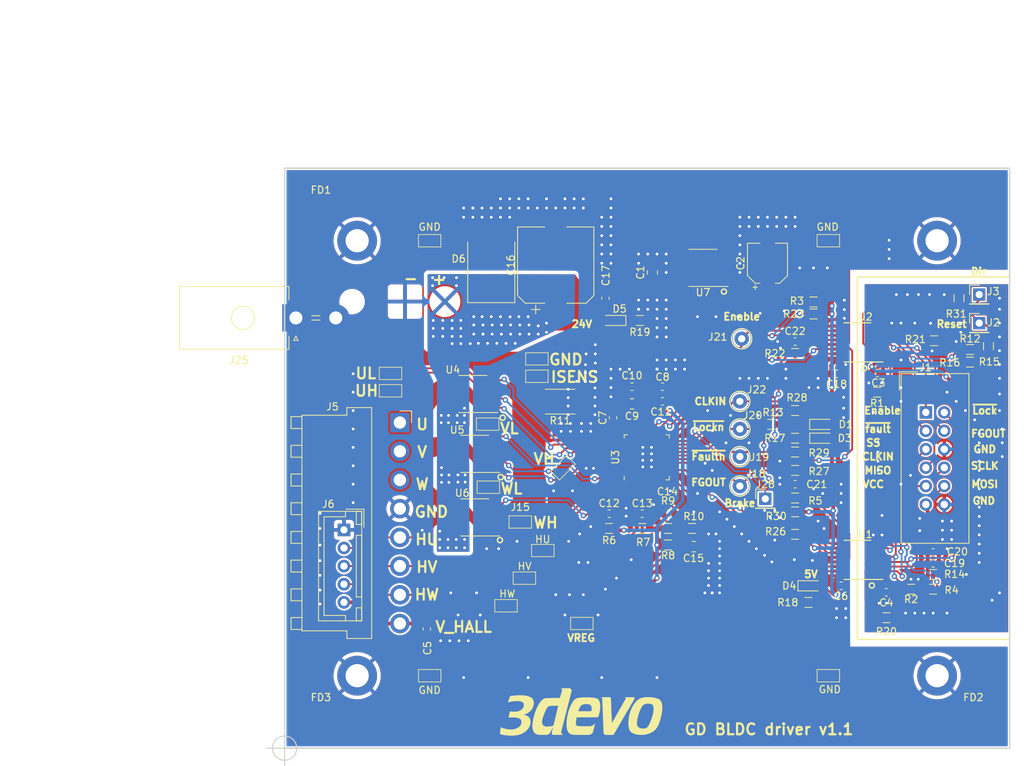
<source format=kicad_pcb>
(kicad_pcb (version 20211014) (generator pcbnew)
  (title_block (title "GD motor driver test") (date "2019-03-11") (rev "1.2") (company "3devo"))
  (layers (0 "F.Cu" signal) (31 "B.Cu" signal) (34 "B.Paste" user) (35 "F.Paste" user) (36 "B.SilkS" user "B.Silkscreen") (37 "F.SilkS" user "F.Silkscreen") (38 "B.Mask" user) (39 "F.Mask" user) (44 "Edge.Cuts" user))
  (property "version" "1.2.3")
  (net 0 "")
  (net 1 "GND")
  (net 2 "Net-(C7-Pad2)")
  (net 3 "Net-(C7-Pad1)")
  (net 4 "Net-(C8-Pad2)")
  (net 5 "Net-(C9-Pad1)")
  (net 6 "U")
  (net 7 "/VREG")
  (net 8 "HU")
  (net 9 "Net-(C12-Pad2)")
  (net 10 "HV")
  (net 11 "HW")
  (net 12 "Net-(D1-Pad1)")
  (net 13 "Net-(D3-Pad1)")
  (net 14 "Net-(D4-Pad1)")
  (net 15 "Net-(D5-Pad1)")
  (net 16 "+5V")
  (net 17 "/ENABLE")
  (net 18 "/DIR")
  (net 19 "/BRAKE")
  (net 20 "/CLKIN")
  (net 21 "V")
  (net 22 "W")
  (net 23 "/SCLK")
  (net 24 "/FGOUT")
  (net 25 "/~{FAULTn}")
  (net 26 "/~{LOCKn}")
  (net 27 "ISENSE")
  (net 28 "/UHS_GATE")
  (net 29 "/ULS_GATE")
  (net 30 "/VHS_GATE")
  (net 31 "/VLS_GATE")
  (net 32 "/WHS_GATE")
  (net 33 "/WLS_GATE")
  (net 34 "+24V")
  (net 35 "VCC")
  (net 36 "GNDA")
  (net 37 "/ENABLE_MCU")
  (net 38 "/DIR_MCU")
  (net 39 "/~{LOCKn_MCU}")
  (net 40 "/~{FAULTn_MCU}")
  (net 41 "/FGOUT_MCU")
  (net 42 "/SCLK_MCU")
  (net 43 "/CLKIN_MCU")
  (net 44 "Net-(C22-Pad2)")
  (net 45 "Net-(C21-Pad2)")
  (net 46 "/Reset")
  (net 47 "/Reset_MCU")
  (net 48 "/SS_MCU")
  (net 49 "/MISO_MCU")
  (net 50 "/MOSI_MCU")
  (net 51 "/MOSI")
  (net 52 "/SS")
  (net 53 "/MISO")
  (net 54 "Net-(U3-Pad7)")
  (net 55 "Net-(U3-Pad8)")
  (net 56 "Net-(U3-Pad9)")
  (net 57 "Net-(U3-Pad10)")
  (net 58 "Net-(U7-Pad5)")
  (net 59 "Net-(U7-Pad4)")
  (net 60 "Net-(U1-Pad12)")
  (net 61 "Net-(U1-Pad5)")
  (footprint "Capacitor_SMD:CP_Elec_10x10" (layer "F.Cu") (at 72.39 118.364 90)
    (fp_text reference "C16")
    (fp_text value "220uF 35V")
  )
  (footprint "LEDs:LED_0805" (layer "F.Cu") (at 80.264 126 180)
    (fp_text reference "D5")
    (fp_text value "Led_GREEN")
  )
  (footprint "Mounting_Holes:MountingHole_3.2mm_M3_ISO14580_Pad" (layer "F.Cu") (at 125 115)
    (fp_text reference "H3" hide)
    (fp_text value "MountingHole_Pad")
  )
  (footprint "Mounting_Holes:MountingHole_3.2mm_M3_ISO14580_Pad" (layer "F.Cu") (at 45 115)
    (fp_text reference "H1" hide)
    (fp_text value "MountingHole_Pad")
  )
  (footprint "Mounting_Holes:MountingHole_3.2mm_M3_ISO14580_Pad" (layer "F.Cu") (at 125 175)
    (fp_text reference "H4" hide)
    (fp_text value "MountingHole_Pad")
  )
  (footprint "Mounting_Holes:MountingHole_3.2mm_M3_ISO14580_Pad" (layer "F.Cu") (at 45 175)
    (fp_text reference "H2" hide)
    (fp_text value "MountingHole_Pad")
  )
  (footprint "Connectors_Molex:Molex_MegaFit_2x01x5.70mm_Angled" (layer "F.Cu") (at 36.55 125.65 90)
    (fp_text reference "J25")
    (fp_text value "Conn_01x02")
  )
  (footprint "Capacitor_SMD:C_0603_1608Metric" (layer "F.Cu") (at 82.912548 135.128 180)
    (fp_text reference "C10")
    (fp_text value "100nF 50V")
  )
  (footprint "Capacitor_SMD:C_0805_2012Metric" (layer "F.Cu") (at 91.44 157.2)
    (fp_text reference "C15")
    (fp_text value "1uF 35V")
  )
  (footprint "Connector_JST:JST_VH_B8PS-VH_1x08_P3.96mm_Horizontal" (layer "F.Cu") (at 50.892 140.084 -90)
    (fp_text reference "J5")
    (fp_text value "Conn_01x08")
  )
  (footprint "Diodes_SMD:D_SMC" (layer "F.Cu") (at 63.5 118.745 90)
    (fp_text reference "D6")
    (fp_text value "1.5SMC33CA-E3/57T")
  )
  (footprint "Capacitor_SMD:C_0805_2012Metric" (layer "F.Cu") (at 85.725 119.38 90)
    (fp_text reference "C1")
    (fp_text value "1uF 35V")
  )
  (footprint "Package_SO:QSOP-16_3.9x4.9mm_P0.635mm" (layer "F.Cu") (at 114 159 180)
    (fp_text reference "U1")
    (fp_text value "MAX14851")
  )
  (footprint "Package_SO:QSOP-16_3.9x4.9mm_P0.635mm" (layer "F.Cu") (at 114 129 180)
    (fp_text reference "U2")
    (fp_text value "MAX14851")
  )
  (footprint "LEDs:LED_0805" (layer "F.Cu") (at 109.22 142.24)
    (fp_text reference "D3")
    (fp_text value "Led_RED")
  )
  (footprint "LEDs:LED_0805" (layer "F.Cu") (at 109.22 140.335)
    (fp_text reference "D1")
    (fp_text value "Led_GREEN")
  )
  (footprint "Capacitor_SMD:CP_Elec_5x5.8" (layer "F.Cu") (at 101.6 118.11 90)
    (fp_text reference "C2")
    (fp_text value "22uF 35V")
  )
  (footprint "Fiducial:Fiducial_1mm_Mask2mm" (layer "F.Cu") (at 130 180)
    (fp_text reference "FD2")
    (fp_text value "Fid")
  )
  (footprint "Devo_lib:logo_3devo_23mm" (layer "F.Cu") (at 75.9 180)
    (fp_text reference "X1" hide)
    (fp_text value "Logo" hide)
  )
  (footprint "Fiducial:Fiducial_1mm_Mask2mm" (layer "F.Cu") (at 40 180)
    (fp_text reference "FD3")
    (fp_text value "Fid")
  )
  (footprint "Fiducial:Fiducial_1mm_Mask2mm" (layer "F.Cu") (at 40 110)
    (fp_text reference "FD1")
    (fp_text value "Fid")
  )
  (footprint "Package_SO:SO-8_3.9x4.9mm_P1.27mm" (layer "F.Cu") (at 61.214 144.399 180)
    (fp_text reference "U5")
    (fp_text value "CSD88537ND")
  )
  (footprint "Package_SO:SO-8_3.9x4.9mm_P1.27mm" (layer "F.Cu") (at 61.214 153.162 180)
    (fp_text reference "U6")
    (fp_text value "CSD88537ND")
  )
  (footprint "Resistors_SMD:R_0603" (layer "F.Cu") (at 121.412 163.068)
    (fp_text reference "R2")
    (fp_text value "10k")
  )
  (footprint "Resistors_SMD:R_0603" (layer "F.Cu") (at 107.95 123.444)
    (fp_text reference "R3")
    (fp_text value "10k")
  )
  (footprint "Resistors_SMD:R_0603" (layer "F.Cu") (at 79.756 154.686)
    (fp_text reference "R6")
    (fp_text value "2k2")
  )
  (footprint "Resistors_SMD:R_0603" (layer "F.Cu") (at 84.328 154.686)
    (fp_text reference "R7")
    (fp_text value "2k2")
  )
  (footprint "Resistors_SMD:R_0603" (layer "F.Cu") (at 87.884 156.972 180)
    (fp_text reference "R8")
    (fp_text value "2k2")
  )
  (footprint "Resistors_SMD:R_0603" (layer "F.Cu") (at 87.884 154.686 180)
    (fp_text reference "R9")
    (fp_text value "10k")
  )
  (footprint "Resistors_SMD:R_0603" (layer "F.Cu") (at 91.186 154.686 180)
    (fp_text reference "R10")
    (fp_text value "10k")
  )
  (footprint "Resistors_SMD:R_0603" (layer "F.Cu") (at 129.54 130 180)
    (fp_text reference "R12")
    (fp_text value "10k")
  )
  (footprint "Resistors_SMD:R_0603" (layer "F.Cu") (at 102.108 140.335 180)
    (fp_text reference "R13")
    (fp_text value "1k")
  )
  (footprint "Resistors_SMD:R_0603" (layer "F.Cu") (at 129.54 131.75 180)
    (fp_text reference "R16")
    (fp_text value "10k")
  )
  (footprint "Resistors_SMD:R_0603" (layer "F.Cu") (at 105.41 142.24 180)
    (fp_text reference "R17")
    (fp_text value "1k")
  )
  (footprint "Resistors_SMD:R_0603" (layer "F.Cu") (at 84 126)
    (fp_text reference "R19")
    (fp_text value "4k7")
  )
  (footprint "Resistors_SMD:R_0603" (layer "F.Cu") (at 124.6 128.8 180)
    (fp_text reference "R21")
    (fp_text value "10k")
  )
  (footprint "Resistors_SMD:R_0603" (layer "F.Cu") (at 105.41 130.556)
    (fp_text reference "R22")
    (fp_text value "10k")
  )
  (footprint "Resistors_SMD:R_0603" (layer "F.Cu") (at 105.41 138.43 180)
    (fp_text reference "R28")
    (fp_text value "10k")
  )
  (footprint "Capacitor_SMD:C_0603_1608Metric" (layer "F.Cu") (at 79.756 152.654)
    (fp_text reference "C12")
    (fp_text value "100nF 50V")
  )
  (footprint "Capacitor_SMD:C_0603_1608Metric" (layer "F.Cu") (at 84.328 152.654)
    (fp_text reference "C13")
    (fp_text value "100nF 50V")
  )
  (footprint "Capacitor_SMD:C_0603_1608Metric" (layer "F.Cu") (at 87.995 152.654)
    (fp_text reference "C14")
    (fp_text value "100nF 50V")
  )
  (footprint "Capacitor_SMD:C_0603_1608Metric" (layer "F.Cu") (at 54.61 168.555 90)
    (fp_text reference "C5")
    (fp_text value "100nF 50V")
  )
  (footprint "Capacitor_SMD:C_0603_1608Metric" (layer "F.Cu") (at 124.46 159.512 180)
    (fp_text reference "C19")
    (fp_text value "1uF 16V")
  )
  (footprint "Capacitor_SMD:C_0603_1608Metric" (layer "F.Cu") (at 105.41 128.905)
    (fp_text reference "C22")
    (fp_text value "100nF 50V")
  )
  (footprint "Connector_IDC:IDC-Header_2x06_P2.54mm_Vertical" (layer "F.Cu") (at 123.444 138.684)
    (fp_text reference "J1")
    (fp_text value "Conn_02x06")
  )
  (footprint "Capacitor_SMD:C_0603_1608Metric" (layer "F.Cu") (at 80.3 139.430878 90)
    (fp_text reference "C7")
    (fp_text value "100nF 50V")
  )
  (footprint "Capacitor_SMD:C_0805_2012Metric" (layer "F.Cu") (at 82.912548 137.509878)
    (fp_text reference "C9")
    (fp_text value "1uF 35V")
  )
  (footprint "Capacitor_SMD:C_0603_1608Metric" (layer "F.Cu") (at 87.12 137.16)
    (fp_text reference "C11")
    (fp_text value "100nF 50V")
  )
  (footprint "Capacitor_SMD:C_0603_1608Metric" (layer "F.Cu") (at 79.248 122.936 90)
    (fp_text reference "C17")
    (fp_text value "100nF 50V")
  )
  (footprint "Devo_lib:TestPoint_TE_RCT-0C_0805" (layer "F.Cu") (at 70.612 157.734 180)
    (fp_text reference "J11" hide)
    (fp_text value "TEST_1P")
  )
  (footprint "Devo_lib:TestPoint_TE_RCT-0C_0805" (layer "F.Cu") (at 68.072 161.544 180)
    (fp_text reference "J12" hide)
    (fp_text value "TEST_1P")
  )
  (footprint "Devo_lib:TestPoint_TE_RCT-0C_0805" (layer "F.Cu") (at 65.532 165.354 180)
    (fp_text reference "J13" hide)
    (fp_text value "TEST_1P")
  )
  (footprint "Devo_lib:TestPoint_TE_RCT-0C_0805" (layer "F.Cu") (at 110 175 180)
    (fp_text reference "J16" hide)
    (fp_text value "TEST_1P")
  )
  (footprint "Devo_lib:TestPoint_TE_RCT-0C_0805" (layer "F.Cu") (at 110 115 180)
    (fp_text reference "J17" hide)
    (fp_text value "TEST_1P")
  )
  (footprint "Measurement_Points:Test_Point_Keystone_5000-5004_Miniature" (layer "F.Cu") (at 97.79 148.844)
    (fp_text reference "J18")
    (fp_text value "TEST_1P")
  )
  (footprint "Measurement_Points:Test_Point_Keystone_5000-5004_Miniature" (layer "F.Cu") (at 97.79 144.78)
    (fp_text reference "J19")
    (fp_text value "TEST_1P")
  )
  (footprint "Measurement_Points:Test_Point_Keystone_5000-5004_Miniature" (layer "F.Cu") (at 97.79 140.97)
    (fp_text reference "J20")
    (fp_text value "TEST_1P")
  )
  (footprint "Measurement_Points:Test_Point_Keystone_5000-5004_Miniature" (layer "F.Cu") (at 97.79 137.16 90)
    (fp_text reference "J22")
    (fp_text value "TEST_1P")
  )
  (footprint "Devo_lib:TestPoint_TE_RCT-0C_0805" (layer "F.Cu") (at 55 175 180)
    (fp_text reference "J23" hide)
    (fp_text value "TEST_1P")
  )
  (footprint "Devo_lib:TestPoint_TE_RCT-0C_0805" (layer "F.Cu") (at 55 115 180)
    (fp_text reference "J24" hide)
    (fp_text value "TEST_1P")
  )
  (footprint "Capacitor_SMD:C_0603_1608Metric" (layer "F.Cu") (at 116.75 133.25)
    (fp_text reference "C3")
    (fp_text value "100nF 50V")
  )
  (footprint "Capacitor_SMD:C_0603_1608Metric" (layer "F.Cu") (at 118 163.5 180)
    (fp_text reference "C4")
    (fp_text value "100nF 50V")
  )
  (footprint "Capacitor_SMD:C_0603_1608Metric" (layer "F.Cu") (at 111.76 162.6 180)
    (fp_text reference "C6")
    (fp_text value "100nF 50V")
  )
  (footprint "Capacitor_SMD:C_0603_1608Metric" (layer "F.Cu") (at 111.125 133.35 180)
    (fp_text reference "C18")
    (fp_text value "100nF 50V")
  )
  (footprint "Capacitor_SMD:C_0603_1608Metric" (layer "F.Cu") (at 105.41 148.59)
    (fp_text reference "C21")
    (fp_text value "100nF 50V")
  )
  (footprint "Resistors_SMD:R_0603" (layer "F.Cu") (at 105.41 144.145 180)
    (fp_text reference "R29")
    (fp_text value "10k")
  )
  (footprint "Resistors_SMD:R_0603" (layer "F.Cu") (at 105.41 150.495)
    (fp_text reference "R5")
    (fp_text value "10k")
  )
  (footprint "Capacitor_SMD:C_0603_1608Metric" (layer "F.Cu") (at 124.46 157.988 180)
    (fp_text reference "C20")
    (fp_text value "100nF 50V")
  )
  (footprint "Resistors_SMD:R_0603" (layer "F.Cu") (at 105.41 146.685 180)
    (fp_text reference "R27")
    (fp_text value "10k")
  )
  (footprint "Measurement_Points:Test_Point_Keystone_5000-5004_Miniature" (layer "F.Cu") (at 98.044 128.524 90)
    (fp_text reference "J21")
    (fp_text value "TEST_1P")
  )
  (footprint "Resistors_SMD:R_0603" (layer "F.Cu") (at 132.08 129.54 90)
    (fp_text reference "R15")
    (fp_text value "10k")
  )
  (footprint "Resistors_SMD:R_0603" (layer "F.Cu") (at 107.95 125.1)
    (fp_text reference "R23")
    (fp_text value "10k")
  )
  (footprint "Resistors_SMD:R_0603" (layer "F.Cu") (at 105.41 152.4)
    (fp_text reference "R30")
    (fp_text value "2k2")
  )
  (footprint "Connector_PinHeader_2.54mm:PinHeader_1x01_P2.54mm_Vertical" (layer "F.Cu") (at 130.81 126.365)
    (fp_text reference "J2")
    (fp_text value "CONN_01X01")
  )
  (footprint "Connector_PinHeader_2.54mm:PinHeader_1x01_P2.54mm_Vertical" (layer "F.Cu") (at 130.81 122.428)
    (fp_text reference "J3")
    (fp_text value "CONN_01X01")
  )
  (footprint "Resistors_SMD:R_0603" (layer "F.Cu") (at 128.016 122.936 -90)
    (fp_text reference "R31")
    (fp_text value "10k")
  )
  (footprint "Resistors_SMD:R_0603" (layer "F.Cu") (at 118 167.005 180)
    (fp_text reference "R20")
    (fp_text value "10k")
  )
  (footprint "Resistors_SMD:R_0603" (layer "F.Cu") (at 124.46 163.068 180)
    (fp_text reference "R4")
    (fp_text value "2k2")
  )
  (footprint "Devo_lib:TestPoint_TE_RCT-0C_0805" (layer "F.Cu") (at 76 167.8 180)
    (fp_text reference "J14" hide)
    (fp_text value "TEST_1P")
  )
  (footprint "Resistors_SMD:R_0603" (layer "F.Cu") (at 124.46 161.036)
    (fp_text reference "R14")
    (fp_text value "10k")
  )
  (footprint "Resistors_SMD:R_0603" (layer "F.Cu") (at 116.725 135.89)
    (fp_text reference "R1")
    (fp_text value "10k")
  )
  (footprint "Package_SO:SOIC-8_3.9x4.9mm_P1.27mm" (layer "F.Cu") (at 92.71 118.745 180)
    (fp_text reference "U7")
    (fp_text value "LM2931-5.0_SO8")
  )
  (footprint "LEDs:LED_0805" (layer "F.Cu") (at 107.6 162.6)
    (fp_text reference "D4")
    (fp_text value "Led_GREEN")
  )
  (footprint "Resistors_SMD:R_0603" (layer "F.Cu") (at 107.25 164.9)
    (fp_text reference "R18")
    (fp_text value "1k")
  )
  (footprint "Resistors_SMD:R_0603" (layer "F.Cu") (at 105.4 155.5)
    (fp_text reference "R26")
    (fp_text value "10k")
  )
  (footprint "Connectors_JST:JST_XH_B05B-XH-A_05x2.50mm_Straight" (layer "F.Cu") (at 43.18 154.884 -90)
    (fp_text reference "J6")
    (fp_text value "Conn_01x05_Female")
  )
  (footprint "Resistor_SMD:R_2512_6332Metric" (layer "F.Cu") (at 73 137.2 180)
    (fp_text reference "R11")
    (fp_text value "0R030")
  )
  (footprint "Package_DFN_QFN:Texas_S-PVQFN-N40_EP3.52x2.62mm" (layer "F.Cu") (at 84.944548 144.875878 90)
    (fp_text reference "U3")
    (fp_text value "DRV8308")
  )
  (footprint "Capacitor_SMD:C_0603_1608Metric" (layer "F.Cu") (at 87.12 135.128 180)
    (fp_text reference "C8")
    (fp_text value "1uF 16V")
  )
  (footprint "Devo_lib:TestPoint_TE_RCT-0C_0805" (layer "F.Cu") (at 69.8 133.7)
    (fp_text reference "J4" hide)
    (fp_text value "TEST_1P")
  )
  (footprint "Devo_lib:TestPoint_TE_RCT-0C_0805" (layer "F.Cu") (at 73.4 146.3 45)
    (fp_text reference "J9" hide)
    (fp_text value "TEST_1P")
  )
  (footprint "Devo_lib:TestPoint_TE_RCT-0C_0805" (layer "F.Cu") (at 67.5 153.8)
    (fp_text reference "J15")
    (fp_text value "TEST_1P")
  )
  (footprint "Devo_lib:TestPoint_TE_RCT-0C_0805" (layer "F.Cu") (at 63.1 149)
    (fp_text reference "J26" hide)
    (fp_text value "TEST_1P")
  )
  (footprint "Devo_lib:TestPoint_TE_RCT-0C_0805" (layer "F.Cu") (at 69.8 131.3)
    (fp_text reference "J27" hide)
    (fp_text value "TEST_1P")
  )
  (footprint "Devo_lib:TestPoint_TE_RCT-0C_0805" (layer "F.Cu") (at 63 140.3)
    (fp_text reference "J10" hide)
    (fp_text value "TEST_1P")
  )
  (footprint "Package_SO:SO-8_3.9x4.9mm_P1.27mm" (layer "F.Cu") (at 60.96 136.144 180)
    (fp_text reference "U4")
    (fp_text value "CSD88537ND")
  )
  (footprint "Devo_lib:TestPoint_TE_RCT-0C_0805" (layer "F.Cu") (at 49.6 133.3)
    (fp_text reference "J8" hide)
    (fp_text value "TEST_1P")
  )
  (footprint "Devo_lib:TestPoint_TE_RCT-0C_0805" (layer "F.Cu") (at 49.6 135.7)
    (fp_text reference "J7" hide)
    (fp_text value "TEST_1P")
  )
  (footprint "Connector_PinHeader_2.54mm:PinHeader_1x01_P2.54mm_Vertical" (layer "F.Cu") (at 101.3 150.6)
    (fp_text reference "J28")
    (fp_text value "CONN_01X01")
  )
  (gr_circle (center 116 162.56) (end 116.35 162.56) (layer "F.SilkS") (width 0.2) (fill none))
  (gr_line (start 114 120) (end 114 170) (layer "F.SilkS") (width 0.2))
  (gr_line (start 135 120) (end 114 120) (layer "F.SilkS") (width 0.2))
  (gr_circle (center 64.798104 147.611077) (end 65.148104 147.7) (layer "F.SilkS") (width 0.2) (fill none))
  (gr_line (start 114 170) (end 135 170) (layer "F.SilkS") (width 0.2))
  (gr_circle (center 114.935 132.588) (end 115.189 132.842) (layer "F.SilkS") (width 0.2) (fill none))
  (gr_circle (center 65.072152 139.412277) (end 65.422152 139.412277) (layer "F.SilkS") (width 0.2) (fill none))
  (gr_circle (center 64.7 156.3) (end 65.05 156.3) (layer "F.SilkS") (width 0.2) (fill none))
  (gr_circle (center 95.591577 122.018514) (end 95.941577 122.018514) (layer "F.SilkS") (width 0.2) (fill none))
  (gr_line (start 35 105) (end 135 105) (layer "Edge.Cuts") (width 0.2))
  (gr_line (start 35 185) (end 35 105) (layer "Edge.Cuts") (width 0.2))
  (gr_line (start 135 185) (end 35 185) (layer "Edge.Cuts") (width 0.2))
  (gr_line (start 135 105) (end 135 185) (layer "Edge.Cuts") (width 0.2))
  (gr_text "~{Faultn}" (at 93.472 144.78) (layer "F.SilkS") (effects (font (size 1 1) (thickness 0.25))))
  (gr_text "~{Lockn}" (at 93.472 140.716) (layer "F.SilkS") (effects (font (size 1 1) (thickness 0.25))))
  (gr_text "5V" (at 107.6 161) (layer "F.SilkS") (effects (font (size 1 1) (thickness 0.25))))
  (gr_text "UL" (at 46.2 133.3) (layer "F.SilkS") (effects (font (size 1.5 1.5) (thickness 0.3))))
  (gr_text "UH" (at 46.3 135.7) (layer "F.SilkS") (effects (font (size 1.5 1.5) (thickness 0.3))))
  (gr_text "VH" (at 70.8 145.1) (layer "F.SilkS") (effects (font (size 1.5 1.5) (thickness 0.3))))
  (gr_text "VL" (at 66 140.9) (layer "F.SilkS") (effects (font (size 1.5 1.5) (thickness 0.3))))
  (gr_text "WL" (at 66.3 149.2) (layer "F.SilkS") (effects (font (size 1.5 1.5) (thickness 0.3))))
  (gr_text "WH" (at 71 153.9) (layer "F.SilkS") (effects (font (size 1.5 1.5) (thickness 0.3))))
  (gr_text "GND" (at 73.8 131.4) (layer "F.SilkS") (effects (font (size 1.5 1.5) (thickness 0.3))))
  (gr_text "ISENS" (at 75 133.8) (layer "F.SilkS") (effects (font (size 1.5 1.5) (thickness 0.3))))
  (gr_text "Dir" (at 130.75 119.25) (layer "F.SilkS") (effects (font (size 1 1) (thickness 0.25))))
  (gr_text "U" (at 53.975 140.335) (layer "F.SilkS") (effects (font (size 1.5 1.5) (thickness 0.3))))
  (gr_text "GND" (at 131.445 150.876) (layer "F.SilkS") (effects (font (size 1 1) (thickness 0.25))))
  (gr_text "GND" (at 55 177) (layer "F.SilkS") (effects (font (size 1 1))))
  (gr_text "GD BLDC driver v1.1" (at 101.8 182.4) (layer "F.SilkS") (effects (font (size 1.5 1.5) (thickness 0.3))))
  (gr_text "HW" (at 65.7 163.7) (layer "F.SilkS") (effects (font (size 1 1))))
  (gr_text "GND" (at 110.2 176.9) (layer "F.SilkS") (effects (font (size 1 1))))
  (gr_text "GND" (at 109.9 113.1) (layer "F.SilkS") (effects (font (size 1 1))))
  (gr_text "HV" (at 68.1 159.9) (layer "F.SilkS") (effects (font (size 1 1))))
  (gr_text "CLKIN" (at 93.726 137.16) (layer "F.SilkS") (effects (font (size 1 1) (thickness 0.25))))
  (gr_text "GND" (at 131.572 143.764) (layer "F.SilkS") (effects (font (size 1 1) (thickness 0.25))))
  (gr_text "VREG" (at 75.9 169.8) (layer "F.SilkS") (effects (font (size 1 1) (thickness 0.25))))
  (gr_text "MISO" (at 116.84 146.685) (layer "F.SilkS") (effects (font (size 1 1) (thickness 0.25))))
  (gr_text "FGOUT" (at 132.08 141.605) (layer "F.SilkS") (effects (font (size 1 1) (thickness 0.25))))
  (gr_text "HW" (at 54.61 163.83) (layer "F.SilkS") (effects (font (size 1.5 1.5) (thickness 0.3))))
  (gr_text "V" (at 53.975 144.145) (layer "F.SilkS") (effects (font (size 1.5 1.5) (thickness 0.3))))
  (gr_text "FGOUT" (at 93.472 148.336) (layer "F.SilkS") (effects (font (size 1 1) (thickness 0.25))))
  (gr_text "W\n" (at 53.975 148.59) (layer "F.SilkS") (effects (font (size 1.5 1.5) (thickness 0.3))))
  (gr_text "SCLK" (at 131.572 146.05) (layer "F.SilkS") (effects (font (size 1 1) (thickness 0.25))))
  (gr_text "GND" (at 55 113.1) (layer "F.SilkS") (effects (font (size 1 1))))
  (gr_text "24V" (at 76 126.5) (layer "F.SilkS") (effects (font (size 1 1) (thickness 0.25))))
  (gr_text "HU" (at 70.6 156.2) (layer "F.SilkS") (effects (font (size 1 1))))
  (gr_text "SS" (at 116.205 142.875) (layer "F.SilkS") (effects (font (size 1 1) (thickness 0.25))))
  (gr_text "+" (at 56.3 120.3) (layer "F.SilkS") (effects (font (size 1.5 1.5) (thickness 0.3))))
  (gr_text "GND" (at 55.245 152.4) (layer "F.SilkS") (effects (font (size 1.5 1.5) (thickness 0.3))))
  (gr_text "MOSI" (at 131.572 148.59) (layer "F.SilkS") (effects (font (size 1 1) (thickness 0.25))))
  (gr_text "Enable" (at 98.044 125.476) (layer "F.SilkS") (effects (font (size 1 1) (thickness 0.25))))
  (gr_text "V_HALL" (at 59.69 168.275) (layer "F.SilkS") (effects (font (size 1.5 1.5) (thickness 0.3))))
  (gr_text "-" (at 52.4 120.2) (layer "F.SilkS") (effects (font (size 1.5 1.5) (thickness 0.3))))
  (gr_text "HV" (at 54.61 160.02) (layer "F.SilkS") (effects (font (size 1.5 1.5) (thickness 0.3))))
  (gr_text "HU" (at 54.61 156.21) (layer "F.SilkS") (effects (font (size 1.5 1.5) (thickness 0.3))))
  (gr_text "Enable" (at 117.475 138.43) (layer "F.SilkS") (effects (font (size 1 1) (thickness 0.25))))
  (gr_text "VCC" (at 116.205 148.59) (layer "F.SilkS") (effects (font (size 1 1) (thickness 0.25))))
  (gr_text "~{Lock}" (at 131.572 138.43) (layer "F.SilkS") (effects (font (size 1 1) (thickness 0.25))))
  (gr_text "Reset" (at 127 126.492) (layer "F.SilkS") (effects (font (size 1 1) (thickness 0.25))))
  (gr_text "Brake" (at 97.8 151.2) (layer "F.SilkS") (effects (font (size 1 1) (thickness 0.25))))
  (gr_text "CLKIN" (at 116.84 144.78) (layer "F.SilkS") (effects (font (size 1 1) (thickness 0.25))))
  (gr_text "~{fault}" (at 116.84 140.97) (layer "F.SilkS") (effects (font (size 1 1) (thickness 0.25))))
  (target plus (at 35 185) (size 5) (width 0.15) (layer "Edge.Cuts"))
  (segment (start 112.7 126.4772) (end 112.7 126.2) (width 0.254) (layer "F.Cu") (net 1))
  (segment (start 84.694548 143.625878) (end 84.944548 143.875878) (width 0.254) (layer "F.Cu") (net 1))
  (segment (start 111.3457 126.7775) (end 112.3997 126.7775) (width 0.254) (layer "F.Cu") (net 1))
  (segment (start 111.3457 156.7775) (end 110.2917 156.7775) (width 0.254) (layer "F.Cu") (net 1))
  (segment (start 110.2917 156.7775) (end 109.9 156.3858) (width 0.254) (layer "F.Cu") (net 1))
  (segment (start 86.36 146.125878) (end 86.194548 146.125878) (width 0.254) (layer "F.Cu") (net 1))
  (segment (start 109.9 156.3858) (end 109.9 156) (width 0.254) (layer "F.Cu") (net 1))
  (segment (start 84.694548 142.875) (end 84.694548 143.625878) (width 0.254) (layer "F.Cu") (net 1))
  (segment (start 84.694548 143.600878) (end 84.294548 144.000878) (width 0.254) (layer "F.Cu") (net 1))
  (segment (start 86.194548 146.125878) (end 84.694548 144.625878) (width 0.254) (layer "F.Cu") (net 1))
  (segment (start 87.944548 146.125878) (end 86.36 146.125878) (width 0.254) (layer "F.Cu") (net 1))
  (segment (start 84.694548 141.875878) (end 84.694548 142.875) (width 0.254) (layer "F.Cu") (net 1))
  (segment (start 112.3997 126.7775) (end 112.7 126.4772) (width 0.254) (layer "F.Cu") (net 1))
  (segment (start 84.694548 144.625878) (end 84.694548 142.875) (width 0.254) (layer "F.Cu") (net 1))
  (segment (start 86.194548 146.125878) (end 85.944548 145.875878) (width 0.254) (layer "F.Cu") (net 1))
  (via (at 60.96 110.49) (size 0.762) (drill 0.381) (layers "F.Cu" "B.Cu") (net 1))
  (via (at 86.36 132.715) (size 0.762) (drill 0.381) (layers "F.Cu" "B.Cu") (net 1))
  (via (at 83.82 124.46) (size 0.762) (drill 0.381) (layers "F.Cu" "B.Cu") (net 1))
  (via (at 93.98 163.576) (size 0.762) (drill 0.381) (layers "F.Cu" "B.Cu") (net 1))
  (via (at 84.4 143.5) (size 0.762) (drill 0.381) (layers "F.Cu" "B.Cu") (net 1))
  (via (at 85.6 143.5) (size 0.762) (drill 0.381) (layers "F.Cu" "B.Cu") (net 1))
  (via (at 84.4 146.2) (size 0.762) (drill 0.381) (layers "F.Cu" "B.Cu") (net 1))
  (via (at 85.6 146.2) (size 0.762) (drill 0.381) (layers "F.Cu" "B.Cu") (net 1))
  (via (at 85.6 145.3) (size 0.762) (drill 0.381) (layers "F.Cu" "B.Cu") (net 1))
  (via (at 85.6 144.4) (size 0.762) (drill 0.381) (layers "F.Cu" "B.Cu") (net 1))
  (via (at 84.4 145.3) (size 0.762) (drill 0.381) (layers "F.Cu" "B.Cu") (net 1))
  (via (at 84.4 144.4) (size 0.762) (drill 0.381) (layers "F.Cu" "B.Cu") (net 1))
  (via (at 102.6 156.3) (size 0.762) (drill 0.381) (layers "F.Cu" "B.Cu") (net 1))
  (via (at 105.3 159) (size 0.762) (drill 0.381) (layers "F.Cu" "B.Cu") (net 1))
  (via (at 107.8 159.1) (size 0.762) (drill 0.381) (layers "F.Cu" "B.Cu") (net 1))
  (via (at 75.3 134.4) (size 0.762) (drill 0.381) (layers "F.Cu" "B.Cu") (net 1))
  (via (at 103.3 147.7) (size 0.762) (drill 0.381) (layers "F.Cu" "B.Cu") (net 1))
  (via (at 102 153.2) (size 0.762) (drill 0.381) (layers "F.Cu" "B.Cu") (net 1))
  (via (at 80.772 161.544) (size 0.762) (drill 0.381) (layers "F.Cu" "B.Cu") (net 1))
  (via (at 74.93 109.22) (size 0.762) (drill 0.381) (layers "F.Cu" "B.Cu") (net 1))
  (via (at 85.09 124.46) (size 0.762) (drill 0.381) (layers "F.Cu" "B.Cu") (net 1))
  (via (at 97.79 111.76) (size 0.762) (drill 0.381) (layers "F.Cu" "B.Cu") (net 1))
  (via (at 112.395 167.005) (size 0.762) (drill 0.381) (layers "F.Cu" "B.Cu") (net 1))
  (via (at 75.946 141.3) (size 0.762) (drill 0.381) (layers "F.Cu" "B.Cu") (net 1))
  (via (at 86.36 125.73) (size 0.762) (drill 0.381) (layers "F.Cu" "B.Cu") (net 1))
  (via (at 94.996 156.464) (size 0.762) (drill 0.381) (layers "F.Cu" "B.Cu") (net 1))
  (via (at 97.79 133.985) (size 0.762) (drill 0.381) (layers "F.Cu" "B.Cu") (net 1))
  (via (at 44.45 143.51) (size 0.762) (drill 0.381) (layers "F.Cu" "B.Cu") (net 1))
  (via (at 97.536 125.476) (size 0.762) (drill 0.381) (layers "F.Cu" "B.Cu") (net 1))
  (via (at 112.1 139.4) (size 0.762) (drill 0.381) (layers "F.Cu" "B.Cu") (net 1))
  (via (at 72.39 110.49) (size 0.762) (drill 0.381) (layers "F.Cu" "B.Cu") (net 1))
  (via (at 77.8 136.6) (size 0.762) (drill 0.381) (layers "F.Cu" "B.Cu") (net 1))
  (via (at 99.06 133.985) (size 0.762) (drill 0.381) (layers "F.Cu" "B.Cu") (net 1))
  (via (at 62.865 157.48) (size 0.762) (drill 0.381) (layers "F.Cu" "B.Cu") (net 1))
  (via (at 103 128.9) (size 0.762) (drill 0.381) (layers "F.Cu" "B.Cu") (net 1))
  (via (at 77.9 133.1) (size 0.762) (drill 0.381) (layers "F.Cu" "B.Cu") (net 1))
  (via (at 88.2 149.5) (size 0.762) (drill 0.381) (layers "F.Cu" "B.Cu") (net 1))
  (via (at 80.01 109.22) (size 0.762) (drill 0.381) (layers "F.Cu" "B.Cu") (net 1))
  (via (at 111.76 149.86) (size 0.762) (drill 0.381) (layers "F.Cu" "B.Cu") (net 1))
  (via (at 60.325 170.18) (size 0.762) (drill 0.381) (layers "F.Cu" "B.Cu") (net 1))
  (via (at 112.1 138.1) (size 0.762) (drill 0.381) (layers "F.Cu" "B.Cu") (net 1))
  (via (at 107.95 118.745) (size 0.762) (drill 0.381) (layers "F.Cu" "B.Cu") (net 1))
  (via (at 107.315 135.255) (size 0.762) (drill 0.381) (layers "F.Cu" "B.Cu") (net 1))
  (via (at 86.36 175.26) (size 0.762) (drill 0.381) (layers "F.Cu" "B.Cu") (net 1))
  (via (at 60.96 110.49) (size 0.762) (drill 0.381) (layers "F.Cu" "B.Cu") (net 1))
  (via (at 71.12 110.49) (size 0.762) (drill 0.381) (layers "F.Cu" "B.Cu") (net 1))
  (via (at 100.573353 125.024765) (size 0.762) (drill 0.381) (layers "F.Cu" "B.Cu") (net 1))
  (via (at 107.95 149.225) (size 0.762) (drill 0.381) (layers "F.Cu" "B.Cu") (net 1))
  (via (at 112.1 135.3) (size 0.762) (drill 0.381) (layers "F.Cu" "B.Cu") (net 1))
  (via (at 100.076 157.48) (size 0.762) (drill 0.381) (layers "F.Cu" "B.Cu") (net 1))
  (via (at 94.996 152.4) (size 0.762) (drill 0.381) (layers "F.Cu" "B.Cu") (net 1))
  (via (at 77.854 131.88) (size 0.762) (drill 0.381) (layers "F.Cu" "B.Cu") (net 1))
  (via (at 99.06 156.464) (size 0.762) (drill 0.381) (layers "F.Cu" "B.Cu") (net 1))
  (via (at 86.36 116.84) (size 0.762) (drill 0.381) (layers "F.Cu" "B.Cu") (net 1))
  (via (at 75.946 140.208) (size 0.762) (drill 0.381) (layers "F.Cu" "B.Cu") (net 1))
  (via (at 44.45 146.05) (size 0.762) (drill 0.381) (layers "F.Cu" "B.Cu") (net 1))
  (via (at 118.38 116.205) (size 0.762) (drill 0.381) (layers "F.Cu" "B.Cu") (net 1))
  (via (at 73.66 109.22) (size 0.762) (drill 0.381) (layers "F.Cu" "B.Cu") (net 1))
  (via (at 101.6 113.03) (size 0.762) (drill 0.381) (layers "F.Cu" "B.Cu") (net 1))
  (via (at 61.976 166.624) (size 0.762) (drill 0.381) (layers "F.Cu" "B.Cu") (net 1))
  (via (at 94.996 158.496) (size 0.762) (drill 0.381) (layers "F.Cu" "B.Cu") (net 1))
  (via (at 97.028 154.432) (size 0.762) (drill 0.381) (layers "F.Cu" "B.Cu") (net 1))
  (via (at 97.79 119.38) (size 0.762) (drill 0.381) (layers "F.Cu" "B.Cu") (net 1))
  (via (at 74.1 139) (size 0.762) (drill 0.381) (layers "F.Cu" "B.Cu") (net 1))
  (via (at 102.6 152.2) (size 0.762) (drill 0.381) (layers "F.Cu" "B.Cu") (net 1))
  (via (at 94.996 162.56) (size 0.762) (drill 0.381) (layers "F.Cu" "B.Cu") (net 1))
  (via (at 44.45 138.43) (size 0.762) (drill 0.381) (layers "F.Cu" "B.Cu") (net 1))
  (via (at 80.01 118.11) (size 0.762) (drill 0.381) (layers "F.Cu" "B.Cu") (net 1))
  (via (at 76.2 163.83) (size 0.762) (drill 0.381) (layers "F.Cu" "B.Cu") (net 1))
  (via (at 44.45 148.59) (size 0.762) (drill 0.381) (layers "F.Cu" "B.Cu") (net 1))
  (via (at 66.04 109.22) (size 0.762) (drill 0.381) (layers "F.Cu" "B.Cu") (net 1))
  (via (at 56.515 170.18) (size 0.762) (drill 0.381) (layers "F.Cu" "B.Cu") (net 1))
  (via (at 80.01 114.3) (size 0.762) (drill 0.381) (layers "F.Cu" "B.Cu") (net 1))
  (via (at 99.06 142.875) (size 0.762) (drill 0.381) (layers "F.Cu" "B.Cu") (net 1))
  (via (at 100.33 133.985) (size 0.762) (drill 0.381) (layers "F.Cu" "B.Cu") (net 1))
  (via (at 64.516 157.48) (size 0.762) (drill 0.381) (layers "F.Cu" "B.Cu") (net 1))
  (via (at 76.5 134.4) (size 0.762) (drill 0.381) (layers "F.Cu" "B.Cu") (net 1))
  (via (at 59.69 175.26) (size 0.762) (drill 0.381) (layers "F.Cu" "B.Cu") (net 1))
  (via (at 87.63 132.715) (size 0.762) (drill 0.381) (layers "F.Cu" "B.Cu") (net 1))
  (via (at 94.996 157.48) (size 0.762) (drill 0.381) (layers "F.Cu" "B.Cu") (net 1))
  (via (at 93.472 162.56) (size 0.762) (drill 0.381) (layers "F.Cu" "B.Cu") (net 1))
  (via (at 99.06 111.76) (size 0.762) (drill 0.381) (layers "F.Cu" "B.Cu") (net 1))
  (via (at 86.36 124.46) (size 0.762) (drill 0.381) (layers "F.Cu" "B.Cu") (net 1))
  (via (at 44.45 135.89) (size 0.762) (drill 0.381) (layers "F.Cu" "B.Cu") (net 1))
  (via (at 76.2 110.49) (size 0.762) (drill 0.381) (layers "F.Cu" "B.Cu") (net 1))
  (via (at 62.23 110.49) (size 0.762) (drill 0.381) (layers "F.Cu" "B.Cu") (net 1))
  (via (at 83.82 123.19) (size 0.762) (drill 0.381) (layers "F.Cu" "B.Cu") (net 1))
  (via (at 102.87 111.76) (size 0.762) (drill 0.381) (layers "F.Cu" "B.Cu") (net 1))
  (via (at 103.3 153.2) (size 0.762) (drill 0.381) (layers "F.Cu" "B.Cu") (net 1))
  (via (at 73.152 140.208) (size 0.762) (drill 0.381) (layers "F.Cu" "B.Cu") (net 1))
  (via (at 78.74 116.84) (size 0.762) (drill 0.381) (layers "F.Cu" "B.Cu") (net 1))
  (via (at 98.044 155.448) (size 0.762) (drill 0.381) (layers "F.Cu" "B.Cu") (net 1))
  (via (at 109.22 149.86) (size 0.762) (drill 0.381) (layers "F.Cu" "B.Cu") (net 1))
  (via (at 44.45 133.35) (size 0.762) (drill 0.381) (layers "F.Cu" "B.Cu") (net 1))
  (via (at 104.14 133.985) (size 0.762) (drill 0.381) (layers "F.Cu" "B.Cu") (net 1))
  (via (at 87.63 124.46) (size 0.762) (drill 0.381) (layers "F.Cu" "B.Cu") (net 1))
  (via (at 80.01 110.49) (size 0.762) (drill 0.381) (layers "F.Cu" "B.Cu") (net 1))
  (via (at 79.248 163.068) (size 0.762) (drill 0.381) (layers "F.Cu" "B.Cu") (net 1))
  (via (at 97.79 116.84) (size 0.762) (drill 0.381) (layers "F.Cu" "B.Cu") (net 1))
  (via (at 75.692 155.448) (size 0.762) (drill 0.381) (layers "F.Cu" "B.Cu") (net 1))
  (via (at 63.5 110.49) (size 0.762) (drill 0.381) (layers "F.Cu" "B.Cu") (net 1))
  (via (at 93.472 160.528) (size 0.762) (drill 0.381) (layers "F.Cu" "B.Cu") (net 1))
  (via (at 87.63 128.27) (size 0.762) (drill 0.381) (layers "F.Cu" "B.Cu") (net 1))
  (via (at 100.33 111.76) (size 0.762) (drill 0.381) (layers "F.Cu" "B.Cu") (net 1))
  (via (at 39.878 154.686) (size 0.762) (drill 0.381) (layers "F.Cu" "B.Cu") (net 1))
  (via (at 73.152 141.3) (size 0.762) (drill 0.381) (layers "F.Cu" "B.Cu") (net 1))
  (via (at 80.01 115.57) (size 0.762) (drill 0.381) (layers "F.Cu" "B.Cu") (net 1))
  (via (at 103.3 148.6) (size 0.762) (drill 0.381) (layers "F.Cu" "B.Cu") (net 1))
  (via (at 76.5 132.1) (size 0.762) (drill 0.381) (layers "F.Cu" "B.Cu") (net 1))
  (via (at 67.31 109.22) (size 0.762) (drill 0.381) (layers "F.Cu" "B.Cu") (net 1))
  (via (at 85.09 116.84) (size 0.762) (drill 0.381) (layers "F.Cu" "B.Cu") (net 1))
  (via (at 88.9 132.715) (size 0.762) (drill 0.381) (layers "F.Cu" "B.Cu") (net 1))
  (via (at 96.5 139.1) (size 0.762) (drill 0.381) (layers "F.Cu" "B.Cu") (net 1))
  (via (at 87.63 127) (size 0.762) (drill 0.381) (layers "F.Cu" "B.Cu") (net 1))
  (via (at 111.125 165.735) (size 0.762) (drill 0.381) (layers "F.Cu" "B.Cu") (net 1))
  (via (at 62.23 111.76) (size 0.762) (drill 0.381) (layers "F.Cu" "B.Cu") (net 1))
  (via (at 105.41 113.03) (size 0.762) (drill 0.381) (layers "F.Cu" "B.Cu") (net 1))
  (via (at 72.39 163.83) (size 0.762) (drill 0.381) (layers "F.Cu" "B.Cu") (net 1))
  (via (at 76.584 130.61) (size 0.762) (drill 0.381) (layers "F.Cu" "B.Cu") (net 1))
  (via (at 80.01 113.03) (size 0.762) (drill 0.381) (layers "F.Cu" "B.Cu") (net 1))
  (via (at 74.168 156.464) (size 0.762) (drill 0.381) (layers "F.Cu" "B.Cu") (net 1))
  (via (at 93.98 146.685) (size 0.762) (drill 0.381) (layers "F.Cu" "B.Cu") (net 1))
  (via (at 74.7 149.5) (size 0.762) (drill 0.381) (layers "F.Cu" "B.Cu") (net 1))
  (via (at 80.01 135.255) (size 0.762) (drill 0.381) (layers "F.Cu" "B.Cu") (net 1))
  (via (at 94.996 161.544) (size 0.762) (drill 0.381) (layers "F.Cu" "B.Cu") (net 1))
  (via (at 63.5 111.76) (size 0.762) (drill 0.381) (layers "F.Cu" "B.Cu") (net 1))
  (via (at 94.488 125.476) (size 0.762) (drill 0.381) (layers "F.Cu" "B.Cu") (net 1))
  (via (at 68.58 109.22) (size 0.762) (drill 0.381) (layers "F.Cu" "B.Cu") (net 1))
  (via (at 93 145.7) (size 0.762) (drill 0.381) (layers "F.Cu" "B.Cu") (net 1))
  (via (at 82.55 132.715) (size 0.762) (drill 0.381) (layers "F.Cu" "B.Cu") (net 1))
  (via (at 97.79 113.03) (size 0.762) (drill 0.381) (layers "F.Cu" "B.Cu") (net 1))
  (via (at 78.74 114.3) (size 0.762) (drill 0.381) (layers "F.Cu" "B.Cu") (net 1))
  (via (at 83.82 118.11) (size 0.762) (drill 0.381) (layers "F.Cu" "B.Cu") (net 1))
  (via (at 102.2 159.3) (size 0.762) (drill 0.381) (layers "F.Cu" "B.Cu") (net 1))
  (via (at 85.09 123.19) (size 0.762) (drill 0.381) (layers "F.Cu" "B.Cu") (net 1))
  (via (at 74.93 110.49) (size 0.762) (drill 0.381) (layers "F.Cu" "B.Cu") (net 1))
  (via (at 97.79 118.11) (size 0.762) (drill 0.381) (layers "F.Cu" "B.Cu") (net 1))
  (via (at 67.31 110.49) (size 0.762) (drill 0.381) (layers "F.Cu" "B.Cu") (net 1))
  (via (at 66.04 111.76) (size 0.762) (drill 0.381) (layers "F.Cu" "B.Cu") (net 1))
  (via (at 101.6 111.76) (size 0.762) (drill 0.381) (layers "F.Cu" "B.Cu") (net 1))
  (via (at 83.82 116.84) (size 0.762) (drill 0.381) (layers "F.Cu" "B.Cu") (net 1))
  (via (at 87.63 116.84) (size 0.762) (drill 0.381) (layers "F.Cu" "B.Cu") (net 1))
  (via (at 93.345 138.43) (size 0.762) (drill 0.381) (layers "F.Cu" "B.Cu") (net 1))
  (via (at 77.854 129.34) (size 0.762) (drill 0.381) (layers "F.Cu" "B.Cu") (net 1))
  (via (at 74.1 135.5) (size 0.762) (drill 0.381) (layers "F.Cu" "B.Cu") (net 1))
  (via (at 74.1 136.652) (size 0.762) (drill 0.381) (layers "F.Cu" "B.Cu") (net 1))
  (via (at 76.6 146.4) (size 0.762) (drill 0.381) (layers "F.Cu" "B.Cu") (net 1))
  (via (at 74.422 141.3) (size 0.762) (drill 0.381) (layers "F.Cu" "B.Cu") (net 1))
  (via (at 95.885 142.875) (size 0.762) (drill 0.381) (layers "F.Cu" "B.Cu") (net 1))
  (via (at 94.996 159.512) (size 0.762) (drill 0.381) (layers "F.Cu" "B.Cu") (net 1))
  (via (at 85.9 151.4) (size 0.762) (drill 0.381) (layers "F.Cu" "B.Cu") (net 1))
  (via (at 82.1 153) (size 0.762) (drill 0.381) (layers "F.Cu" "B.Cu") (net 1))
  (via (at 77.216 154.432) (size 0.762) (drill 0.381) (layers "F.Cu" "B.Cu") (net 1))
  (via (at 90.17 132.715) (size 0.762) (drill 0.381) (layers "F.Cu" "B.Cu") (net 1))
  (via (at 39.878 161.163) (size 0.762) (drill 0.381) (layers "F.Cu" "B.Cu") (net 1))
  (via (at 77.216 141.3) (size 0.762) (drill 0.381) (layers "F.Cu" "B.Cu") (net 1))
  (via (at 74.295 163.83) (size 0.762) (drill 0.381) (layers "F.Cu" "B.Cu") (net 1))
  (via (at 57.912 163.576) (size 0.762) (drill 0.381) (layers "F.Cu" "B.Cu") (net 1))
  (via (at 93.472 159.512) (size 0.762) (drill 0.381) (layers "F.Cu" "B.Cu") (net 1))
  (via (at 78.74 175.26) (size 0.762) (drill 0.381) (layers "F.Cu" "B.Cu") (net 1))
  (via (at 83.82 124.46) (size 0.762) (drill 0.381) (layers "F.Cu" "B.Cu") (net 1))
  (via (at 86.36 123.19) (size 0.762) (drill 0.381) (layers "F.Cu" "B.Cu") (net 1))
  (via (at 94.488 155.448) (size 0.762) (drill 0.381) (layers "F.Cu" "B.Cu") (net 1))
  (via (at 77.8 139) (size 0.762) (drill 0.381) (layers "F.Cu" "B.Cu") (net 1))
  (via (at 58.928 166.624) (size 0.762) (drill 0.381) (layers "F.Cu" "B.Cu") (net 1))
  (via (at 87.63 125.73) (size 0.762) (drill 0.381) (layers "F.Cu" "B.Cu") (net 1))
  (via (at 74.1 137.8) (size 0.762) (drill 0.381) (layers "F.Cu" "B.Cu") (net 1))
  (via (at 59.055 170.18) (size 0.762) (drill 0.381) (layers "F.Cu" "B.Cu") (net 1))
  (via (at 73.66 110.49) (size 0.762) (drill 0.381) (layers "F.Cu" "B.Cu") (net 1))
  (via (at 94 141.2) (size 0.762) (drill 0.381) (layers "F.Cu" "B.Cu") (net 1))
  (via (at 92.964 163.576) (size 0.762) (drill 0.381) (layers "F.Cu" "B.Cu") (net 1))
  (via (at 77.8 135.3) (size 0.762) (drill 0.381) (layers "F.Cu" "B.Cu") (net 1))
  (via (at 77.8 137.8) (size 0.762) (drill 0.381) (layers "F.Cu" "B.Cu") (net 1))
  (via (at 68.58 175.26) (size 0.762) (drill 0.381) (layers "F.Cu" "B.Cu") (net 1))
  (via (at 93.98 163.576) (size 0.762) (drill 0.381) (layers "F.Cu" "B.Cu") (net 1))
  (via (at 72.1 149.5) (size 0.762) (drill 0.381) (layers "F.Cu" "B.Cu") (net 1))
  (via (at 71.12 109.22) (size 0.762) (drill 0.381) (layers "F.Cu" "B.Cu") (net 1))
  (via (at 118.38 117.475) (size 0.762) (drill 0.381) (layers "F.Cu" "B.Cu") (net 1))
  (via (at 82.1 151.9) (size 0.762) (drill 0.381) (layers "F.Cu" "B.Cu") (net 1))
  (via (at 91.948 149.86) (size 0.762) (drill 0.381) (layers "F.Cu" "B.Cu") (net 1))
  (via (at 94.996 163.576) (size 0.762) (drill 0.381) (layers "F.Cu" "B.Cu") (net 1))
  (via (at 103.9 124.7) (size 0.762) (drill 0.381) (layers "F.Cu" "B.Cu") (net 1))
  (via (at 44.45 140.97) (size 0.762) (drill 0.381) (layers "F.Cu" "B.Cu") (net 1))
  (via (at 73.66 166.624) (size 0.762) (drill 0.381) (layers "F.Cu" "B.Cu") (net 1))
  (via (at 100.33 113.03) (size 0.762) (drill 0.381) (layers "F.Cu" "B.Cu") (net 1))
  (via (at 118.38 114.935) (size 0.762) (drill 0.381) (layers "F.Cu" "B.Cu") (net 1))
  (via (at 64.77 109.22) (size 0.762) (drill 0.381) (layers "F.Cu" "B.Cu") (net 1))
  (via (at 67.056 156.464) (size 0.762) (drill 0.381) (layers "F.Cu" "B.Cu") (net 1))
  (via (at 87.63 131.445) (size 0.762) (drill 0.381) (layers "F.Cu" "B.Cu") (net 1))
  (via (at 99.06 113.03) (size 0.762) (drill 0.381) (layers "F.Cu" "B.Cu") (net 1))
  (via (at 60.96 111.76) (size 0.762) (drill 0.381) (layers "F.Cu" "B.Cu") (net 1))
  (via (at 76.2 109.22) (size 0.762) (drill 0.381) (layers "F.Cu" "B.Cu") (net 1))
  (via (at 76.5 133.2) (size 0.762) (drill 0.381) (layers "F.Cu" "B.Cu") (net 1))
  (via (at 111.125 167.005) (size 0.762) (drill 0.381) (layers "F.Cu" "B.Cu") (net 1))
  (via (at 82.804 159.004) (size 0.762) (drill 0.381) (layers "F.Cu" "B.Cu") (net 1))
  (via (at 109.4 154.7) (size 0.762) (drill 0.381) (layers "F.Cu" "B.Cu") (net 1))
  (via (at 80.01 111.76) (size 0.762) (drill 0.381) (layers "F.Cu" "B.Cu") (net 1))
  (via (at 76.835 159.385) (size 0.762) (drill 0.381) (layers "F.Cu" "B.Cu") (net 1))
  (via (at 77.6 146.4) (size 0.762) (drill 0.381) (layers "F.Cu" "B.Cu") (net 1))
  (via (at 39.878 156.972) (size 0.762) (drill 0.381) (layers "F.Cu" "B.Cu") (net 1))
  (via (at 104.14 113.03) (size 0.762) (drill 0.381) (layers "F.Cu" "B.Cu") (net 1))
  (via (at 86.36 127) (size 0.762) (drill 0.381) (layers "F.Cu" "B.Cu") (net 1))
  (via (at 87.63 118.11) (size 0.762) (drill 0.381) (layers "F.Cu" "B.Cu") (net 1))
  (via (at 64.77 110.49) (size 0.762) (drill 0.381) (layers "F.Cu" "B.Cu") (net 1))
  (via (at 91.948 125.476) (size 0.762) (drill 0.381) (layers "F.Cu" "B.Cu") (net 1))
  (via (at 78.74 111.76) (size 0.762) (drill 0.381) (layers "F.Cu" "B.Cu") (net 1))
  (via (at 66.04 110.49) (size 0.762) (drill 0.381) (layers "F.Cu" "B.Cu") (net 1))
  (via (at 91.44 152.4) (size 0.762) (drill 0.381) (layers "F.Cu" "B.Cu") (net 1))
  (via (at 86.36 132.715) (size 0.762) (drill 0.381) (layers "F.Cu" "B.Cu") (net 1))
  (via (at 77.216 140.208) (size 0.762) (drill 0.381) (layers "F.Cu" "B.Cu") (net 1))
  (via (at 60.96 110.49) (size 0.762) (drill 0.381) (layers "F.Cu" "B.Cu") (net 1))
  (via (at 111.76 148.59) (size 0.762) (drill 0.381) (layers "F.Cu" "B.Cu") (net 1))
  (via (at 86.36 132.715) (size 0.762) (drill 0.381) (layers "F.Cu" "B.Cu") (net 1))
  (via (at 83.82 124.46) (size 0.762) (drill 0.381) (layers "F.Cu" "B.Cu") (net 1))
  (via (at 53.975 153.035) (size 0.762) (drill 0.381) (layers "F.Cu" "B.Cu") (net 1))
  (via (at 78.232 166.624) (size 0.762) (drill 0.381) (layers "F.Cu" "B.Cu") (net 1))
  (via (at 78.74 118.11) (size 0.762) (drill 0.381) (layers "F.Cu" "B.Cu") (net 1))
  (via (at 111.76 151.13) (size 0.762) (drill 0.381) (layers "F.Cu" "B.Cu") (net 1))
  (via (at 103.4 129.8) (size 0.762) (drill 0.381) (layers "F.Cu" "B.Cu") (net 1))
  (via (at 112.2 124.5) (size 0.762) (drill 0.381) (layers "F.Cu" "B.Cu") (net 1))
  (via (at 93.472 155.448) (size 0.762) (drill 0.381) (layers "F.Cu" "B.Cu") (net 1))
  (via (at 93.472 161.544) (size 0.762) (drill 0.381) (layers "F.Cu" "B.Cu") (net 1))
  (via (at 39.9 152.6) (size 0.762) (drill 0.381) (layers "F.Cu" "B.Cu") (net 1))
  (via (at 101.2 152.2) (size 0.762) (drill 0.381) (layers "F.Cu" "B.Cu") (net 1))
  (via (at 59.69 111.76) (size 0.762) (drill 0.381) (layers "F.Cu" "B.Cu") (net 1))
  (via (at 69.85 110.49) (size 0.762) (drill 0.381) (layers "F.Cu" "B.Cu") (net 1))
  (via (at 80.01 133.985) (size 0.762) (drill 0.381) (layers "F.Cu" "B.Cu") (net 1))
  (via (at 78.74 115.57) (size 0.762) (drill 0.381) (layers "F.Cu" "B.Cu") (net 1))
  (via (at 90.17 131.445) (size 0.762) (drill 0.381) (layers "F.Cu" "B.Cu") (net 1))
  (via (at 93.98 163.576) (size 0.762) (drill 0.381) (layers "F.Cu" "B.Cu") (net 1))
  (via (at 109.855 118.745) (size 0.762) (drill 0.381) (layers "F.Cu" "B.Cu") (net 1))
  (via (at 103.3 145.4) (size 0.762) (drill 0.381) (layers "F.Cu" "B.Cu") (net 1))
  (via (at 104.14 111.76) (size 0.762) (drill 0.381) (layers "F.Cu" "B.Cu") (net 1))
  (via (at 108.585 133.985) (size 0.762) (drill 0.381) (layers "F.Cu" "B.Cu") (net 1))
  (via (at 96.012 153.416) (size 0.762) (drill 0.381) (layers "F.Cu" "B.Cu") (net 1))
  (via (at 112.2 123.2) (size 0.762) (drill 0.381) (layers "F.Cu" "B.Cu") (net 1))
  (via (at 94.996 160.528) (size 0.762) (drill 0.381) (layers "F.Cu" "B.Cu") (net 1))
  (via (at 112.1 136.6) (size 0.762) (drill 0.381) (layers "F.Cu" "B.Cu") (net 1))
  (via (at 104.14 132.715) (size 0.762) (drill 0.381) (layers "F.Cu" "B.Cu") (net 1))
  (via (at 74.422 140.208) (size 0.762) (drill 0.381) (layers "F.Cu" "B.Cu") (net 1))
  (via (at 102.87 113.03) (size 0.762) (drill 0.381) (layers "F.Cu" "B.Cu") (net 1))
  (via (at 108.585 135.255) (size 0.762) (drill 0.381) (layers "F.Cu" "B.Cu") (net 1))
  (via (at 101.2 158.4) (size 0.762) (drill 0.381) (layers "F.Cu" "B.Cu") (net 1))
  (via (at 97.79 114.3) (size 0.762) (drill 0.381) (layers "F.Cu" "B.Cu") (net 1))
  (via (at 80.01 116.84) (size 0.762) (drill 0.381) (layers "F.Cu" "B.Cu") (net 1))
  (via (at 86.36 128.27) (size 0.762) (drill 0.381) (layers "F.Cu" "B.Cu") (net 1))
  (via (at 59.69 110.49) (size 0.762) (drill 0.381) (layers "F.Cu" "B.Cu") (net 1))
  (via (at 78.74 113.03) (size 0.762) (drill 0.381) (layers "F.Cu" "B.Cu") (net 1))
  (via (at 39.878 163.195) (size 0.762) (drill 0.381) (layers "F.Cu" "B.Cu") (net 1))
  (via (at 112.395 132.08) (size 0.762) (drill 0.381) (layers "F.Cu" "B.Cu") (net 1))
  (via (at 101.6 133.985) (size 0.762) (drill 0.381) (layers "F.Cu" "B.Cu") (net 1))
  (via (at 53.975 154.94) (size 0.762) (drill 0.381) (layers "F.Cu" "B.Cu") (net 1))
  (via (at 87.63 119.38) (size 0.762) (drill 0.381) (layers "F.Cu" "B.Cu") (net 1))
  (via (at 86.36 131.445) (size 0.762) (drill 0.381) (layers "F.Cu" "B.Cu") (net 1))
  (via (at 64.77 111.76) (size 0.762) (drill 0.381) (layers "F.Cu" "B.Cu") (net 1))
  (via (at 80.01 136.525) (size 0.762) (drill 0.381) (layers "F.Cu" "B.Cu") (net 1))
  (via (at 112.395 165.735) (size 0.762) (drill 0.381) (layers "F.Cu" "B.Cu") (net 1))
  (via (at 39.878 159.131) (size 0.762) (drill 0.381) (layers "F.Cu" "B.Cu") (net 1))
  (via (at 57.785 170.18) (size 0.762) (drill 0.381) (layers "F.Cu" "B.Cu") (net 1))
  (via (at 97.79 115.57) (size 0.762) (drill 0.381) (layers "F.Cu" "B.Cu") (net 1))
  (via (at 39.878 165.1) (size 0.762) (drill 0.381) (layers "F.Cu" "B.Cu") (net 1))
  (via (at 87.63 123.19) (size 0.762) (drill 0.381) (layers "F.Cu" "B.Cu") (net 1))
  (via (at 88.9 131.445) (size 0.762) (drill 0.381) (layers "F.Cu" "B.Cu") (net 1))
  (via (at 80.01 132.715) (size 0.762) (drill 0.381) (layers "F.Cu" "B.Cu") (net 1))
  (via (at 108.585 153.67) (size 0.762) (drill 0.381) (layers "F.Cu" "B.Cu") (net 1))
  (via (at 61.468 163.576) (size 0.762) (drill 0.381) (layers "F.Cu" "B.Cu") (net 1))
  (via (at 77.9 134.3) (size 0.762) (drill 0.381) (layers "F.Cu" "B.Cu") (net 1))
  (via (at 100.33 139.065) (size 0.762) (drill 0.381) (layers "F.Cu" "B.Cu") (net 1))
  (via (at 44.45 151.13) (size 0.762) (drill 0.381) (layers "F.Cu" "B.Cu") (net 1))
  (via (at 68.58 110.49) (size 0.762) (drill 0.381) (layers "F.Cu" "B.Cu") (net 1))
  (via (at 112.1 163.8) (size 0.762) (drill 0.381) (layers "F.Cu" "B.Cu") (net 1))
  (via (at 77.854 130.61) (size 0.762) (drill 0.381) (layers "F.Cu" "B.Cu") (net 1))
  (via (at 75.565 159.385) (size 0.762) (drill 0.381) (layers "F.Cu" "B.Cu") (net 1))
  (via (at 106.045 118.745) (size 0.762) (drill 0.381) (layers "F.Cu" "B.Cu") (net 1))
  (via (at 81.28 132.715) (size 0.762) (drill 0.381) (layers "F.Cu" "B.Cu") (net 1))
  (via (at 112.2 125.7) (size 0.762) (drill 0.381) (layers "F.Cu" "B.Cu") (net 1))
  (via (at 105.41 111.76) (size 0.762) (drill 0.381) (layers "F.Cu" "B.Cu") (net 1))
  (segment (start 80.3 138.680878) (end 80.739548 138.680878) (width 0.254) (layer "F.Cu") (net 2))
  (segment (start 83.194548 141.135878) (end 83.194548 141.875878) (width 0.254) (layer "F.Cu") (net 2))
  (segment (start 80.739548 138.680878) (end 83.194548 141.135878) (width 0.254) (layer "F.Cu") (net 2))
  (segment (start 80.3 140.180878) (end 81.274548 140.180878) (width 0.254) (layer "F.Cu") (net 3))
  (segment (start 81.274548 140.180878) (end 82.694548 141.600878) (width 0.254) (layer "F.Cu") (net 3))
  (segment (start 82.694548 141.600878) (end 82.694548 141.875878) (width 0.254) (layer "F.Cu") (net 3))
  (segment (start 85.194548 136.932452) (end 85.194548 141.875878) (width 0.254) (layer "F.Cu") (net 4))
  (segment (start 86.37 135.128) (end 86.37 135.757) (width 0.254) (layer "F.Cu") (net 4))
  (segment (start 86.37 135.757) (end 85.194548 136.932452) (width 0.254) (layer "F.Cu") (net 4))
  (segment (start 83.694548 140.577878) (end 82.162548 139.045878) (width 0.254) (layer "F.Cu") (net 5))
  (segment (start 82.162548 137.509878) (end 82.162548 139.045878) (width 0.254) (layer "F.Cu") (net 5))
  (segment (start 83.694548 141.875878) (end 83.694548 140.577878) (width 0.254) (layer "F.Cu") (net 5))
  (segment (start 63.754 138.049) (end 65.151 138.049) (width 0.254) (layer "F.Cu") (net 6))
  (segment (start 81.944548 143.625878) (end 73.798106 143.625878) (width 0.254) (layer "F.Cu") (net 6))
  (segment (start 73.292989 144.130995) (end 72.91199 144.511994) (width 0.254) (layer "F.Cu") (net 6))
  (segment (start 65.151 138.049) (end 65.278 138.176) (width 0.254) (layer "F.Cu") (net 6))
  (segment (start 73.798106 143.625878) (end 73.292989 144.130995) (width 0.254) (layer "F.Cu") (net 6))
  (via (at 72.91199 144.511994) (size 0.762) (drill 0.381) (layers "F.Cu" "B.Cu") (net 6))
  (via (at 65.278 138.176) (size 0.762) (drill 0.381) (layers "F.Cu" "B.Cu") (net 6))
  (segment (start 72.373175 144.511994) (end 72.91199 144.511994) (width 0.254) (layer "B.Cu") (net 6))
  (segment (start 71.613994 144.511994) (end 72.373175 144.511994) (width 0.254) (layer "B.Cu") (net 6))
  (segment (start 65.278 138.176) (end 71.613994 144.511994) (width 0.254) (layer "B.Cu") (net 6))
  (segment (start 87.667 138.43) (end 86.83 138.43) (width 0.508) (layer "F.Cu") (net 7))
  (segment (start 81.788 154.94) (end 80.76 154.94) (width 0.508) (layer "F.Cu") (net 7))
  (segment (start 86.37 138.008548) (end 85.948548 138.43) (width 0.254) (layer "F.Cu") (net 7))
  (segment (start 86.36 156.988) (end 86.36 157.48) (width 0.508) (layer "F.Cu") (net 7))
  (segment (start 49.104 167.804) (end 50.892 167.804) (width 0.508) (layer "F.Cu") (net 7))
  (segment (start 86.376 156.972) (end 86.36 156.988) (width 0.508) (layer "F.Cu") (net 7))
  (segment (start 85.694548 138.684) (end 85.694548 141.875878) (width 0.254) (layer "F.Cu") (net 7))
  (segment (start 43.18 164.884) (end 46.184 164.884) (width 0.508) (layer "F.Cu") (net 7))
  (segment (start 86.37 138.43) (end 85.948548 138.43) (width 0.254) (layer "F.Cu") (net 7))
  (segment (start 85.886 154.686) (end 86.36 154.686) (width 0.508) (layer "F.Cu") (net 7))
  (segment (start 86.36 157.48) (end 86.36 156.972) (width 0.508) (layer "F.Cu") (net 7))
  (segment (start 80.76 154.94) (end 80.506 154.686) (width 0.508) (layer "F.Cu") (net 7))
  (segment (start 50.892 167.804) (end 54.609 167.804) (width 0.508) (layer "F.Cu") (net 7))
  (segment (start 86.36 155.998) (end 87.134 156.772) (width 0.508) (layer "F.Cu") (net 7))
  (segment (start 86.36 155.16) (end 85.886 154.686) (width 0.508) (layer "F.Cu") (net 7))
  (segment (start 86.36 154.686) (end 86.814 154.686) (width 0.508) (layer "F.Cu") (net 7))
  (segment (start 87.134 156.972) (end 87.122 156.972) (width 0.508) (layer "F.Cu") (net 7))
  (segment (start 79.998 167.805) (end 80.099 167.805) (width 0.508) (layer "F.Cu") (net 7))
  (segment (start 85.839274 138.539274) (end 85.694548 138.684) (width 0.254) (layer "F.Cu") (net 7))
  (segment (start 86.260726 138.539274) (end 86.37 138.43) (width 0.254) (layer "F.Cu") (net 7))
  (segment (start 86.814 154.686) (end 87.134 154.686) (width 0.508) (layer "F.Cu") (net 7))
  (segment (start 85.948548 138.43) (end 85.839274 138.539274) (width 0.254) (layer "F.Cu") (net 7))
  (segment (start 87.134 156.772) (end 87.134 156.972) (width 0.508) (layer "F.Cu") (net 7))
  (segment (start 86.36 155.956) (end 86.36 155.998) (width 0.508) (layer "F.Cu") (net 7))
  (segment (start 86.37 137.97) (end 86.37 138.43) (width 0.254) (layer "F.Cu") (net 7))
  (segment (start 86.37 137.97) (end 86.37 138.008548) (width 0.254) (layer "F.Cu") (net 7))
  (segment (start 85.078 154.686) (end 85.886 154.686) (width 0.508) (layer "F.Cu") (net 7))
  (segment (start 86.37 137.97) (end 86.83 138.43) (width 0.254) (layer "F.Cu") (net 7))
  (segment (start 86.36 156.21) (end 86.36 155.956) (width 0.508) (layer "F.Cu") (net 7))
  (segment (start 86.36 155.956) (end 86.36 155.26) (width 0.508) (layer "F.Cu") (net 7))
  (segment (start 79.998 167.805) (end 78.583787 167.805) (width 0.508) (layer "F.Cu") (net 7))
  (segment (start 86.37 137.789) (end 86.37 137.97) (width 0.254) (layer "F.Cu") (net 7))
  (segment (start 86.36 156.972) (end 86.36 156.21) (width 0.508) (layer "F.Cu") (net 7))
  (segment (start 86.37 137.16) (end 86.37 137.789) (width 0.254) (layer "F.Cu") (net 7))
  (segment (start 54.609 167.804) (end 54.61 167.805) (width 0.508) (layer "F.Cu") (net 7))
  (segment (start 86.36 155.14) (end 86.814 154.686) (width 0.508) (layer "F.Cu") (net 7))
  (segment (start 85.839274 138.539274) (end 86.260726 138.539274) (width 0.254) (layer "F.Cu") (net 7))
  (segment (start 46.184 164.884) (end 49.104 167.804) (width 0.508) (layer "F.Cu") (net 7))
  (segment (start 86.36 155.26) (end 86.36 155.16) (width 0.508) (layer "F.Cu") (net 7))
  (segment (start 87.122 156.972) (end 86.614 157.48) (width 0.508) (layer "F.Cu") (net 7))
  (segment (start 88.138 138.43) (end 87.667 138.43) (width 0.508) (layer "F.Cu") (net 7))
  (segment (start 86.36 155.26) (end 86.36 155.14) (width 0.508) (layer "F.Cu") (net 7))
  (segment (start 78.583787 167.805) (end 54.61 167.805) (width 0.508) (layer "F.Cu") (net 7))
  (segment (start 86.36 155.26) (end 86.36 154.686) (width 0.508) (layer "F.Cu") (net 7))
  (segment (start 87.134 156.972) (end 86.376 156.972) (width 0.508) (layer "F.Cu") (net 7))
  (segment (start 80.099 167.805) (end 86.36 161.544) (width 0.508) (layer "F.Cu") (net 7))
  (segment (start 86.83 138.43) (end 86.37 138.43) (width 0.508) (layer "F.Cu") (net 7))
  (segment (start 86.36 156.972) (end 86.614 156.718) (width 0.508) (layer "F.Cu") (net 7))
  (via (at 81.788 154.94) (size 0.762) (drill 0.381) (layers "F.Cu" "B.Cu") (net 7))
  (via (at 86.36 156.972) (size 0.762) (drill 0.381) (layers "F.Cu" "B.Cu") (net 7))
  (via (at 86.36 161.544) (size 0.762) (drill 0.381) (layers "F.Cu" "B.Cu") (net 7))
  (via (at 88.138 138.43) (size 0.762) (drill 0.381) (layers "F.Cu" "B.Cu") (net 7))
  (segment (start 86.36 156.972) (end 86.36 155.956) (width 0.508) (layer "B.Cu") (net 7))
  (segment (start 89.916 140.208) (end 89.916 150.876) (width 0.508) (layer "B.Cu") (net 7))
  (segment (start 86.36 161.544) (end 86.36 156.972) (width 0.508) (layer "B.Cu") (net 7))
  (segment (start 88.138 138.43) (end 89.916 140.208) (width 0.508) (layer "B.Cu") (net 7))
  (segment (start 86.36 154.94) (end 81.788 154.94) (width 0.508) (layer "B.Cu") (net 7))
  (segment (start 89.916 150.876) (end 86.36 154.432) (width 0.508) (layer "B.Cu") (net 7))
  (segment (start 86.36 154.432) (end 86.36 154.94) (width 0.508) (layer "B.Cu") (net 7))
  (segment (start 86.36 155.956) (end 86.36 154.94) (width 0.508) (layer "B.Cu") (net 7))
  (segment (start 43.267 157.607) (end 43.18 157.694) (width 0.254) (layer "F.Cu") (net 8))
  (segment (start 55.522801 158.800801) (end 52.646 155.924) (width 0.254) (layer "F.Cu") (net 8))
  (segment (start 82.694548 148.191452) (end 79.006 151.88) (width 0.254) (layer "F.Cu") (net 8))
  (segment (start 65.354199 158.800801) (end 55.522801 158.800801) (width 0.254) (layer "F.Cu") (net 8))
  (segment (start 79.006 151.88) (end 79.006 152.025) (width 0.254) (layer "F.Cu") (net 8))
  (segment (start 72.591898 157.734) (end 70.612 157.734) (width 0.254) (layer "F.Cu") (net 8))
  (segment (start 79.006 154.686) (end 79.006 154.886) (width 0.254) (layer "F.Cu") (net 8))
  (segment (start 47.584878 157.384) (end 43.18 157.384) (width 0.254) (layer "F.Cu") (net 8))
  (segment (start 76.158 157.734) (end 72.591898 157.734) (width 0.254) (layer "F.Cu") (net 8))
  (segment (start 50.892 155.924) (end 49.044878 155.924) (width 0.254) (layer "F.Cu") (net 8))
  (segment (start 79.006 154.886) (end 76.158 157.734) (width 0.254) (layer "F.Cu") (net 8))
  (segment (start 82.694548 147.875878) (end 82.694548 148.191452) (width 0.254) (layer "F.Cu") (net 8))
  (segment (start 70.612 157.734) (end 66.421 157.734) (width 0.254) (layer "F.Cu") (net 8))
  (segment (start 66.421 157.734) (end 65.354199 158.800801) (width 0.254) (layer "F.Cu") (net 8))
  (segment (start 79.006 152.025) (end 79.006 152.654) (width 0.254) (layer "F.Cu") (net 8))
  (segment (start 49.044878 155.924) (end 47.584878 157.384) (width 0.254) (layer "F.Cu") (net 8))
  (segment (start 79.006 152.654) (end 79.006 154.686) (width 0.254) (layer "F.Cu") (net 8))
  (segment (start 52.646 155.924) (end 50.892 155.924) (width 0.254) (layer "F.Cu") (net 8))
  (segment (start 85.194548 148.394548) (end 88.745 151.945) (width 0.254) (layer "F.Cu") (net 9))
  (segment (start 85.194548 147.875878) (end 85.194548 148.394548) (width 0.254) (layer "F.Cu") (net 9))
  (segment (start 83.416426 147) (end 83.9 147) (width 0.254) (layer "F.Cu") (net 9))
  (segment (start 84.194548 147.205452) (end 84.4 147) (width 0.254) (layer "F.Cu") (net 9))
  (segment (start 83.194548 148.905452) (end 80.506 151.594) (width 0.254) (layer "F.Cu") (net 9))
  (segment (start 84.194548 147.875878) (end 84.194548 147.221878) (width 0.254) (layer "F.Cu") (net 9))
  (segment (start 83.194548 147.875878) (end 83.194548 148.905452) (width 0.254) (layer "F.Cu") (net 9))
  (segment (start 88.634 152.765) (end 88.745 152.654) (width 0.254) (layer "F.Cu") (net 9))
  (segment (start 88.745 151.945) (end 88.745 152.654) (width 0.254) (layer "F.Cu") (net 9))
  (segment (start 83.9 147) (end 84.4 147) (width 0.254) (layer "F.Cu") (net 9))
  (segment (start 83.194548 147.875878) (end 83.194548 147.221878) (width 0.254) (layer "F.Cu") (net 9))
  (segment (start 84.4 147) (end 84.97267 147) (width 0.254) (layer "F.Cu") (net 9))
  (segment (start 88.745 154.575) (end 88.634 154.686) (width 0.254) (layer "F.Cu") (net 9))
  (segment (start 90.436 157.196) (end 90.44 157.2) (width 0.254) (layer "F.Cu") (net 9))
  (segment (start 83.97267 147) (end 83.9 147) (width 0.254) (layer "F.Cu") (net 9))
  (segment (start 85.078 152.178) (end 85.078 152.654) (width 0.254) (layer "F.Cu") (net 9))
  (segment (start 84.194548 147.221878) (end 84.194548 147.205452) (width 0.254) (layer "F.Cu") (net 9))
  (segment (start 84.194548 147.875878) (end 84.194548 151.294548) (width 0.254) (layer "F.Cu") (net 9))
  (segment (start 90.436 154.686) (end 90.436 157.196) (width 0.254) (layer "F.Cu") (net 9))
  (segment (start 88.745 152.654) (end 88.745 154.575) (width 0.254) (layer "F.Cu") (net 9))
  (segment (start 83.194548 147.221878) (end 83.416426 147) (width 0.254) (layer "F.Cu") (net 9))
  (segment (start 84.194548 151.294548) (end 85.078 152.178) (width 0.254) (layer "F.Cu") (net 9))
  (segment (start 84.97267 147) (end 85.194548 147.221878) (width 0.254) (layer "F.Cu") (net 9))
  (segment (start 85.194548 147.221878) (end 85.194548 147.875878) (width 0.254) (layer "F.Cu") (net 9))
  (segment (start 84.194548 147.221878) (end 83.97267 147) (width 0.254) (layer "F.Cu") (net 9))
  (segment (start 80.506 151.594) (end 80.506 152.654) (width 0.254) (layer "F.Cu") (net 9))
  (segment (start 90.436 154.686) (end 88.634 154.686) (width 0.254) (layer "F.Cu") (net 9))
  (segment (start 83.694548 152.537452) (end 83.578 152.654) (width 0.254) (layer "F.Cu") (net 10))
  (segment (start 83.578 154.886) (end 83.578 154.686) (width 0.254) (layer "F.Cu") (net 10))
  (segment (start 52.684 159.884) (end 54.344 161.544) (width 0.254) (layer "F.Cu") (net 10))
  (segment (start 50.892 159.884) (end 52.684 159.884) (width 0.254) (layer "F.Cu") (net 10))
  (segment (start 49.138 159.884) (end 43.18 159.884) (width 0.254) (layer "F.Cu") (net 10))
  (segment (start 54.344 161.544) (end 68.072 161.544) (width 0.254) (layer "F.Cu") (net 10))
  (segment (start 76.92 161.544) (end 83.578 154.886) (width 0.254) (layer "F.Cu") (net 10))
  (segment (start 83.694548 147.875878) (end 83.694548 152.537452) (width 0.254) (layer "F.Cu") (net 10))
  (segment (start 83.578 152.654) (end 83.578 154.686) (width 0.254) (layer "F.Cu") (net 10))
  (segment (start 50.892 159.884) (end 49.138 159.884) (width 0.254) (layer "F.Cu") (net 10))
  (segment (start 68.072 161.544) (end 76.92 161.544) (width 0.254) (layer "F.Cu") (net 10))
  (segment (start 87.245 152.654) (end 87.27 152.654) (width 0.254) (layer "F.Cu") (net 11))
  (segment (start 87.9 155.6) (end 88.634 156.334) (width 0.254) (layer "F.Cu") (net 11))
  (segment (start 52.744 163.844) (end 54.254 165.354) (width 0.254) (layer "F.Cu") (net 11))
  (segment (start 88.634 157.172) (end 80.452 165.354) (width 0.254) (layer "F.Cu") (net 11))
  (segment (start 50.892 163.844) (end 49.044 163.844) (width 0.254) (layer "F.Cu") (net 11))
  (segment (start 54.254 165.354) (end 65.532 165.354) (width 0.254) (layer "F.Cu") (net 11))
  (segment (start 66.946213 165.354) (end 65.532 165.354) (width 0.254) (layer "F.Cu") (net 11))
  (segment (start 50.892 163.844) (end 52.744 163.844) (width 0.254) (layer "F.Cu") (net 11))
  (segment (start 87.245 151.245) (end 87.245 152.654) (width 0.254) (layer "F.Cu") (net 11))
  (segment (start 84.694548 147.875878) (end 84.694548 148.694548) (width 0.254) (layer "F.Cu") (net 11))
  (segment (start 47.584 162.384) (end 43.18 162.384) (width 0.254) (layer "F.Cu") (net 11))
  (segment (start 87.9 153.94) (end 87.9 155.6) (width 0.254) (layer "F.Cu") (net 11))
  (segment (start 80.452 165.354) (end 66.946213 165.354) (width 0.254) (layer "F.Cu") (net 11))
  (segment (start 49.044 163.844) (end 47.584 162.384) (width 0.254) (layer "F.Cu") (net 11))
  (segment (start 84.694548 148.694548) (end 87.245 151.245) (width 0.254) (layer "F.Cu") (net 11))
  (segment (start 88.634 156.972) (end 88.634 157.172) (width 0.254) (layer "F.Cu") (net 11))
  (segment (start 87.245 153.285) (end 87.9 153.94) (width 0.254) (layer "F.Cu") (net 11))
  (segment (start 88.634 156.334) (end 88.634 156.972) (width 0.254) (layer "F.Cu") (net 11))
  (segment (start 87.245 152.654) (end 87.245 153.285) (width 0.254) (layer "F.Cu") (net 11))
  (segment (start 107.012 140.335) (end 102.858 140.335) (width 0.508) (layer "F.Cu") (net 12))
  (segment (start 108.12 140.335) (end 107.012 140.335) (width 0.508) (layer "F.Cu") (net 12))
  (segment (start 106.16 142.24) (end 108.12 142.24) (width 0.508) (layer "F.Cu") (net 13))
  (segment (start 106.5 164.9) (end 106.5 162.6) (width 0.254) (layer "F.Cu") (net 14))
  (segment (start 81.364 126) (end 83.25 126) (width 0.254) (layer "F.Cu") (net 15))
  (segment (start 106.9 155.746) (end 106.9 156.2) (width 0.254) (layer "F.Cu") (net 16))
  (segment (start 106.654 155.5) (end 106.9 155.746) (width 0.254) (layer "F.Cu") (net 16))
  (segment (start 110.49 139.19) (end 110.49 143.61) (width 0.508) (layer "F.Cu") (net 16))
  (segment (start 110.49 137.69) (end 110.49 138.43) (width 0.508) (layer "F.Cu") (net 16))
  (segment (start 111.01 161.717) (end 111.3457 161.3813) (width 0.508) (layer "F.Cu") (net 16))
  (segment (start 110.49 123.49) (end 110.49 122.99) (width 0.508) (layer "F.Cu") (net 16))
  (segment (start 109.6 125.1) (end 110.1 124.6) (width 0.508) (layer "F.Cu") (net 16))
  (segment (start 110.49 135.255) (end 110.49 137.69) (width 0.508) (layer "F.Cu") (net 16))
  (segment (start 109.356 123.444) (end 109.544 123.444) (width 0.508) (layer "F.Cu") (net 16))
  (segment (start 108.7 125.1) (end 109.4 125.1) (width 0.508) (layer "F.Cu") (net 16))
  (segment (start 109.715 146.685) (end 110.49 146.685) (width 0.508) (layer "F.Cu") (net 16))
  (segment (start 110.444 123.444) (end 110.49 123.49) (width 0.508) (layer "F.Cu") (net 16))
  (segment (start 109.43 138.43) (end 109.73 138.43) (width 0.508) (layer "F.Cu") (net 16))
  (segment (start 106.16 138.43) (end 109.43 138.43) (width 0.508) (layer "F.Cu") (net 16))
  (segment (start 100.41 120.31) (end 101.6 120.31) (width 0.508) (layer "F.Cu") (net 16))
  (segment (start 109.4 125.1) (end 110.1 125.1) (width 0.508) (layer "F.Cu") (net 16))
  (segment (start 106.16 144.145) (end 109.945 144.145) (width 0.508) (layer "F.Cu") (net 16))
  (segment (start 110.375 132.195) (end 111.345699 131.224301) (width 0.508) (layer "F.Cu") (net 16))
  (segment (start 111.01 162.6) (end 111.01 163.82) (width 0.508) (layer "F.Cu") (net 16))
  (segment (start 110.49 146.01) (end 110.49 146.685) (width 0.508) (layer "F.Cu") (net 16))
  (segment (start 109.349219 162.6) (end 110.579219 163.83) (width 0.254) (layer "F.Cu") (net 16))
  (segment (start 110.375 133.35) (end 110.375 132.195) (width 0.508) (layer "F.Cu") (net 16))
  (segment (start 108.21 120.31) (end 101.6 120.31) (width 0.508) (layer "F.Cu") (net 16))
  (segment (start 100.07 120.65) (end 100.41 120.31) (width 0.508) (layer "F.Cu") (net 16))
  (segment (start 111.3457 161.3813) (end 111.3457 161.224301) (width 0.508) (layer "F.Cu") (net 16))
  (segment (start 109.43 138.43) (end 110.49 138.43) (width 0.508) (layer "F.Cu") (net 16))
  (segment (start 110.49 133.465) (end 110.375 133.35) (width 0.508) (layer "F.Cu") (net 16))
  (segment (start 111.01 162.6) (end 111.01 161.717) (width 0.508) (layer "F.Cu") (net 16))
  (segment (start 109.356 123.444) (end 109.944 123.444) (width 0.508) (layer "F.Cu") (net 16))
  (segment (start 110.1 123.5) (end 110.044 123.444) (width 0.508) (layer "F.Cu") (net 16))
  (segment (start 106.15 155.5) (end 106.654 155.5) (width 0.254) (layer "F.Cu") (net 16))
  (segment (start 109.944 123.444) (end 110.044 123.444) (width 0.508) (layer "F.Cu") (net 16))
  (segment (start 109.955 144.145) (end 109.955 144.175) (width 0.508) (layer "F.Cu") (net 16))
  (segment (start 109.43 138.43) (end 109.75 138.43) (width 0.508) (layer "F.Cu") (net 16))
  (segment (start 109.4 125.1) (end 109.6 125.1) (width 0.508) (layer "F.Cu") (net 16))
  (segment (start 111.345699 131.224301) (end 111.3457 131.224301) (width 0.508) (layer "F.Cu") (net 16))
  (segment (start 110.49 122.59) (end 108.21 120.31) (width 0.508) (layer "F.Cu") (net 16))
  (segment (start 109.944 123.444) (end 109.944 123.449) (width 0.508) (layer "F.Cu") (net 16))
  (segment (start 108.7 123.444) (end 109.356 123.444) (width 0.508) (layer "F.Cu") (net 16))
  (segment (start 110.044 123.444) (end 110.444 123.444) (width 0.508) (layer "F.Cu") (net 16))
  (segment (start 111.01 163.82) (end 111 163.83) (width 0.508) (layer "F.Cu") (net 16))
  (segment (start 110.49 138.43) (end 110.49 139.19) (width 0.508) (layer "F.Cu") (net 16))
  (segment (start 110.49 146.685) (end 110.657441 146.852441) (width 0.508) (layer "F.Cu") (net 16))
  (segment (start 106.9 156.2) (end 108.1 157.4) (width 0.254) (layer "F.Cu") (net 16))
  (segment (start 110.49 135.255) (end 110.49 133.465) (width 0.508) (layer "F.Cu") (net 16))
  (segment (start 95.885 120.65) (end 100.07 120.65) (width 0.508) (layer "F.Cu") (net 16))
  (segment (start 110.49 143.61) (end 110.49 144.145) (width 0.508) (layer "F.Cu") (net 16))
  (segment (start 110.579219 163.83) (end 110.586185 163.83) (width 0.254) (layer "F.Cu") (net 16))
  (segment (start 109.715 146.685) (end 109.815 146.685) (width 0.508) (layer "F.Cu") (net 16))
  (segment (start 109.815 146.685) (end 110.49 146.01) (width 0.508) (layer "F.Cu") (net 16))
  (segment (start 110.586185 163.83) (end 111.125 163.83) (width 0.254) (layer "F.Cu") (net 16))
  (segment (start 109.75 138.43) (end 110.49 137.69) (width 0.508) (layer "F.Cu") (net 16))
  (segment (start 110.657441 146.852441) (end 110.657441 151.693744) (width 0.508) (layer "F.Cu") (net 16))
  (segment (start 109.955 144.145) (end 110.49 143.61) (width 0.508) (layer "F.Cu") (net 16))
  (segment (start 109.944 123.444) (end 110.036 123.444) (width 0.508) (layer "F.Cu") (net 16))
  (segment (start 108.7 162.6) (end 109.349219 162.6) (width 0.254) (layer "F.Cu") (net 16))
  (segment (start 110.036 123.444) (end 110.49 122.99) (width 0.508) (layer "F.Cu") (net 16))
  (segment (start 109.945 144.145) (end 109.955 144.145) (width 0.508) (layer "F.Cu") (net 16))
  (segment (start 110.657441 151.693744) (end 110.657441 152.232559) (width 0.508) (layer "F.Cu") (net 16))
  (segment (start 106.16 152.4) (end 107.315 152.4) (width 0.508) (layer "F.Cu") (net 16))
  (segment (start 109.73 138.43) (end 110.49 139.19) (width 0.508) (layer "F.Cu") (net 16))
  (segment (start 110.1 124) (end 110.1 123.5) (width 0.508) (layer "F.Cu") (net 16))
  (segment (start 110.49 144.145) (end 110.49 144.71) (width 0.508) (layer "F.Cu") (net 16))
  (segment (start 110.1 125.1) (end 110.485 125.1) (width 0.508) (layer "F.Cu") (net 16))
  (segment (start 110.49 144.71) (end 110.49 146.01) (width 0.508) (layer "F.Cu") (net 16))
  (segment (start 110.485 125.1) (end 110.49 125.095) (width 0.508) (layer "F.Cu") (net 16))
  (segment (start 109.544 123.444) (end 110.1 124) (width 0.508) (layer "F.Cu") (net 16))
  (segment (start 109.955 144.175) (end 110.49 144.71) (width 0.508) (layer "F.Cu") (net 16))
  (segment (start 110.49 122.99) (end 110.49 122.59) (width 0.508) (layer "F.Cu") (net 16))
  (segment (start 106.16 146.685) (end 109.715 146.685) (width 0.508) (layer "F.Cu") (net 16))
  (segment (start 110.49 125.095) (end 110.49 123.49) (width 0.508) (layer "F.Cu") (net 16))
  (segment (start 110.1 124.6) (end 110.1 124) (width 0.508) (layer "F.Cu") (net 16))
  (segment (start 109.945 144.145) (end 110.49 144.145) (width 0.508) (layer "F.Cu") (net 16))
  (segment (start 110.1 125.1) (end 110.1 124.6) (width 0.508) (layer "F.Cu") (net 16))
  (via (at 110.49 123.995) (size 0.762) (drill 0.381) (layers "F.Cu" "B.Cu") (net 16))
  (via (at 107.315 152.4) (size 0.762) (drill 0.381) (layers "F.Cu" "B.Cu") (net 16))
  (via (at 111 163.83) (size 0.762) (drill 0.381) (layers "F.Cu" "B.Cu") (net 16))
  (via (at 108.1 157.4) (size 0.762) (drill 0.381) (layers "F.Cu" "B.Cu") (net 16))
  (via (at 110.657441 152.232559) (size 0.762) (drill 0.381) (layers "F.Cu" "B.Cu") (net 16))
  (via (at 110.49 135.255) (size 0.762) (drill 0.381) (layers "F.Cu" "B.Cu") (net 16))
  (via (at 110.49 125.095) (size 0.762) (drill 0.381) (layers "F.Cu" "B.Cu") (net 16))
  (segment (start 110.41 157.4) (end 108.638815 157.4) (width 0.508) (layer "B.Cu") (net 16))
  (segment (start 111 163.83) (end 110.49 163.32) (width 0.508) (layer "B.Cu") (net 16))
  (segment (start 110.49 157.48) (end 110.41 157.4) (width 0.508) (layer "B.Cu") (net 16))
  (segment (start 107.315 152.4) (end 110.49 152.4) (width 0.508) (layer "B.Cu") (net 16))
  (segment (start 110.657441 152.771374) (end 110.657441 152.232559) (width 0.508) (layer "B.Cu") (net 16))
  (segment (start 108.638815 157.4) (end 108.1 157.4) (width 0.508) (layer "B.Cu") (net 16))
  (segment (start 110.49 125.095) (end 110.49 123.995) (width 0.508) (layer "B.Cu") (net 16))
  (segment (start 110.49 157.48) (end 110.657441 157.312559) (width 0.508) (layer "B.Cu") (net 16))
  (segment (start 110.49 125.095) (end 110.49 135.255) (width 0.508) (layer "B.Cu") (net 16))
  (segment (start 110.657441 157.312559) (end 110.657441 152.771374) (width 0.508) (layer "B.Cu") (net 16))
  (segment (start 110.49 163.32) (end 110.49 157.48) (width 0.508) (layer "B.Cu") (net 16))
  (segment (start 110.49 152.4) (end 110.657441 152.232559) (width 0.508) (layer "B.Cu") (net 16))
  (segment (start 111.3457 127.4125) (end 104.14 127.4125) (width 0.254) (layer "F.Cu") (net 17))
  (segment (start 99.5875 127.4125) (end 99.5875 126.9805) (width 0.254) (layer "F.Cu") (net 17))
  (segment (start 99.1555 127.4125) (end 99.06 127.508) (width 0.254) (layer "F.Cu") (net 17))
  (segment (start 104.14 127.4125) (end 99.5875 127.4125) (width 0.254) (layer "F.Cu") (net 17))
  (segment (start 107.2 123.444) (end 103.124 123.444) (width 0.254) (layer "F.Cu") (net 17))
  (segment (start 103.124 123.444) (end 99.634 126.934) (width 0.254) (layer "F.Cu") (net 17))
  (segment (start 98.044 128.524) (end 98 128.568) (width 0.254) (layer "F.Cu") (net 17))
  (segment (start 104.14 127.4125) (end 103.7275 127.4125) (width 0.254) (layer "F.Cu") (net 17))
  (segment (start 98 128.568) (end 98 129.584) (width 0.254) (layer "F.Cu") (net 17))
  (segment (start 99.5875 127.4125) (end 99.1555 127.4125) (width 0.254) (layer "F.Cu") (net 17))
  (segment (start 98 129.584) (end 86.694548 140.889452) (width 0.254) (layer "F.Cu") (net 17))
  (segment (start 86.694548 140.889452) (end 86.694548 141.875878) (width 0.254) (layer "F.Cu") (net 17))
  (segment (start 99.06 127.508) (end 98.044 128.524) (width 0.254) (layer "F.Cu") (net 17))
  (segment (start 99.634 126.934) (end 99.06 127.508) (width 0.254) (layer "F.Cu") (net 17))
  (segment (start 99.5875 126.9805) (end 99.634 126.934) (width 0.254) (layer "F.Cu") (net 17))
  (segment (start 108.1725 129.9525) (end 110.2917 129.9525) (width 0.254) (layer "F.Cu") (net 18))
  (segment (start 87.194548 141.875878) (end 87.270426 141.8) (width 0.254) (layer "F.Cu") (net 18))
  (segment (start 110.2917 129.9525) (end 111.3457 129.9525) (width 0.254) (layer "F.Cu") (net 18))
  (segment (start 88.705 141.8) (end 99.06 131.445) (width 0.254) (layer "F.Cu") (net 18))
  (segment (start 107.95 130.175) (end 108.1725 129.9525) (width 0.254) (layer "F.Cu") (net 18))
  (segment (start 87.270426 141.8) (end 88.705 141.8) (width 0.254) (layer "F.Cu") (net 18))
  (segment (start 99.06 131.445) (end 102.235 131.445) (width 0.254) (layer "F.Cu") (net 18))
  (via (at 107.95 130.175) (size 0.762) (drill 0.381) (layers "F.Cu" "B.Cu") (net 18))
  (via (at 102.235 131.445) (size 0.762) (drill 0.381) (layers "F.Cu" "B.Cu") (net 18))
  (segment (start 106.68 131.445) (end 107.95 130.175) (width 0.254) (layer "B.Cu") (net 18))
  (segment (start 102.235 131.445) (end 106.68 131.445) (width 0.254) (layer "B.Cu") (net 18))
  (segment (start 87.944548 142.625878) (end 90.574122 142.625878) (width 0.254) (layer "F.Cu") (net 19))
  (segment (start 90.574122 142.625878) (end 91.6 141.6) (width 0.254) (layer "F.Cu") (net 19))
  (segment (start 91.6 141.6) (end 91.6 141.3) (width 0.254) (layer "F.Cu") (net 19))
  (via (at 91.6 141.3) (size 0.762) (drill 0.381) (layers "F.Cu" "B.Cu") (net 19))
  (segment (start 98.812 146.812) (end 101.3 149.3) (width 0.254) (layer "B.Cu") (net 19))
  (segment (start 101.3 149.3) (end 101.3 150.6) (width 0.254) (layer "B.Cu") (net 19))
  (segment (start 97.112 146.812) (end 98.812 146.812) (width 0.254) (layer "B.Cu") (net 19))
  (segment (start 91.6 141.3) (end 97.112 146.812) (width 0.254) (layer "B.Cu") (net 19))
  (segment (start 87.944548 143.125878) (end 90.974122 143.125878) (width 0.254) (layer "F.Cu") (net 20))
  (segment (start 96.94 137.16) (end 97.79 137.16) (width 0.254) (layer "F.Cu") (net 20))
  (segment (start 109.6965 130.5875) (end 103.124 137.16) (width 0.254) (layer "F.Cu") (net 20))
  (segment (start 111.3457 130.5875) (end 109.6965 130.5875) (width 0.254) (layer "F.Cu") (net 20))
  (segment (start 99.204213 137.16) (end 97.79 137.16) (width 0.254) (layer "F.Cu") (net 20))
  (segment (start 103.124 137.16) (end 99.204213 137.16) (width 0.254) (layer "F.Cu") (net 20))
  (segment (start 90.974122 143.125878) (end 96.94 137.16) (width 0.254) (layer "F.Cu") (net 20))
  (segment (start 76.674122 145.125878) (end 73.794187 148.005813) (width 0.254) (layer "F.Cu") (net 21))
  (segment (start 73.794187 148.005813) (end 71.7 148.005813) (width 0.254) (layer "F.Cu") (net 21))
  (segment (start 81.944548 145.125878) (end 76.674122 145.125878) (width 0.254) (layer "F.Cu") (net 21))
  (segment (start 63.789 146.304) (end 64.504 146.304) (width 0.254) (layer "F.Cu") (net 21))
  (segment (start 64.504 146.304) (end 65.9 147.7) (width 0.254) (layer "F.Cu") (net 21))
  (via (at 71.7 148.005813) (size 0.762) (drill 0.381) (layers "F.Cu" "B.Cu") (net 21))
  (via (at 65.9 147.7) (size 0.762) (drill 0.381) (layers "F.Cu" "B.Cu") (net 21))
  (segment (start 71.2 147.5) (end 66.1 147.5) (width 0.254) (layer "B.Cu") (net 21))
  (segment (start 71.7 148.005813) (end 71.7 148) (width 0.254) (layer "B.Cu") (net 21))
  (segment (start 71.7 148) (end 71.2 147.5) (width 0.254) (layer "B.Cu") (net 21))
  (segment (start 66.1 147.5) (end 65.9 147.7) (width 0.254) (layer "B.Cu") (net 21))
  (segment (start 81.290548 146.625878) (end 81.944548 146.625878) (width 0.254) (layer "F.Cu") (net 22))
  (segment (start 64.041 155.1) (end 72.816426 155.1) (width 0.254) (layer "F.Cu") (net 22))
  (segment (start 72.816426 155.1) (end 81.290548 146.625878) (width 0.254) (layer "F.Cu") (net 22))
  (segment (start 64.008 155.067) (end 64.041 155.1) (width 0.254) (layer "F.Cu") (net 22))
  (segment (start 111.3457 160.5875) (end 101.40617 160.5875) (width 0.254) (layer "F.Cu") (net 23))
  (segment (start 101.40617 160.5875) (end 87.944548 147.125878) (width 0.254) (layer "F.Cu") (net 23))
  (segment (start 112.268 144.78) (end 112.267994 144.78) (width 0.254) (layer "F.Cu") (net 24))
  (segment (start 111.3457 129.3175) (end 112.3997 129.3175) (width 0.254) (layer "F.Cu") (net 24))
  (segment (start 113.284 143.764) (end 112.268 144.78) (width 0.254) (layer "F.Cu") (net 24))
  (segment (start 105.857 145.288) (end 104.46 146.685) (width 0.254) (layer "F.Cu") (net 24))
  (segment (start 97.79 148.844) (end 99.949 146.685) (width 0.254) (layer "F.Cu") (net 24))
  (segment (start 99.949 146.685) (end 104.66 146.685) (width 0.254) (layer "F.Cu") (net 24))
  (segment (start 112.3997 129.3175) (end 113.284 130.2018) (width 0.254) (layer "F.Cu") (net 24))
  (segment (start 93.571878 144.625878) (end 97.79 148.844) (width 0.254) (layer "F.Cu") (net 24))
  (segment (start 104.46 146.685) (end 104.14 146.685) (width 0.254) (layer "F.Cu") (net 24))
  (segment (start 87.944548 144.625878) (end 93.571878 144.625878) (width 0.254) (layer "F.Cu") (net 24))
  (segment (start 113.284 130.2018) (end 113.284 143.764) (width 0.254) (layer "F.Cu") (net 24))
  (segment (start 108.712 145.288) (end 105.857 145.288) (width 0.254) (layer "F.Cu") (net 24))
  (via (at 108.712 145.288) (size 0.762) (drill 0.381) (layers "F.Cu" "B.Cu") (net 24))
  (via (at 112.267994 144.78) (size 0.762) (drill 0.381) (layers "F.Cu" "B.Cu") (net 24))
  (segment (start 112.267994 144.780006) (end 111.76 145.288) (width 0.254) (layer "B.Cu") (net 24))
  (segment (start 112.267994 144.78) (end 112.267994 144.780006) (width 0.254) (layer "B.Cu") (net 24))
  (segment (start 111.76 145.288) (end 108.712 145.288) (width 0.254) (layer "B.Cu") (net 24))
  (segment (start 87.944548 144.125878) (end 97.135878 144.125878) (width 0.254) (layer "F.Cu") (net 25))
  (segment (start 102.616 143.764) (end 102.616 143.891) (width 0.254) (layer "F.Cu") (net 25))
  (segment (start 102.616 143.764) (end 102.616 144.145) (width 0.254) (layer "F.Cu") (net 25))
  (segment (start 104.66 142.24) (end 104.66 144.145) (width 0.254) (layer "F.Cu") (net 25))
  (segment (start 102.616 143.891) (end 102.87 144.145) (width 0.254) (layer "F.Cu") (net 25))
  (segment (start 102.362 144.145) (end 98.425 144.145) (width 0.254) (layer "F.Cu") (net 25))
  (segment (start 104.66 144.145) (end 102.87 144.145) (width 0.254) (layer "F.Cu") (net 25))
  (segment (start 97.135878 144.125878) (end 97.79 144.78) (width 0.254) (layer "F.Cu") (net 25))
  (segment (start 103.124 132.092) (end 104.66 130.556) (width 0.254) (layer "F.Cu") (net 25))
  (segment (start 103.124 136.144) (end 103.124 132.092) (width 0.254) (layer "F.Cu") (net 25))
  (segment (start 102.616 141.732) (end 102.616 143.764) (width 0.254) (layer "F.Cu") (net 25))
  (segment (start 102.616 143.891) (end 102.362 144.145) (width 0.254) (layer "F.Cu") (net 25))
  (segment (start 102.87 144.145) (end 102.616 144.145) (width 0.254) (layer "F.Cu") (net 25))
  (segment (start 98.425 144.145) (end 97.79 144.78) (width 0.254) (layer "F.Cu") (net 25))
  (segment (start 102.616 144.145) (end 102.362 144.145) (width 0.254) (layer "F.Cu") (net 25))
  (via (at 102.616 141.732) (size 0.762) (drill 0.381) (layers "F.Cu" "B.Cu") (net 25))
  (via (at 103.124 136.144) (size 0.762) (drill 0.381) (layers "F.Cu" "B.Cu") (net 25))
  (segment (start 102.616 136.652) (end 102.616 141.732) (width 0.254) (layer "B.Cu") (net 25))
  (segment (start 103.124 136.144) (end 102.616 136.652) (width 0.254) (layer "B.Cu") (net 25))
  (segment (start 101.092 143.256) (end 101.092 141.224) (width 0.254) (layer "F.Cu") (net 26))
  (segment (start 101.092 140.716) (end 101.092 140.601) (width 0.254) (layer "F.Cu") (net 26))
  (segment (start 100.838 140.97) (end 97.79 140.97) (width 0.254) (layer "F.Cu") (net 26))
  (segment (start 100.838 140.97) (end 101.092 140.716) (width 0.254) (layer "F.Cu") (net 26))
  (segment (start 104.66 138.43) (end 103.063 138.43) (width 0.254) (layer "F.Cu") (net 26))
  (segment (start 103.063 138.43) (end 101.358 140.135) (width 0.254) (layer "F.Cu") (net 26))
  (segment (start 96.266 140.97) (end 97.79 140.97) (width 0.254) (layer "F.Cu") (net 26))
  (segment (start 104.66 150.495) (end 104.156 150.495) (width 0.254) (layer "F.Cu") (net 26))
  (segment (start 101.8 148.139) (end 101.8 147.8) (width 0.254) (layer "F.Cu") (net 26))
  (segment (start 104.156 150.495) (end 101.8 148.139) (width 0.254) (layer "F.Cu") (net 26))
  (segment (start 101.092 140.601) (end 101.358 140.335) (width 0.254) (layer "F.Cu") (net 26))
  (segment (start 93.610122 143.625878) (end 96.266 140.97) (width 0.254) (layer "F.Cu") (net 26))
  (segment (start 87.944548 143.625878) (end 93.610122 143.625878) (width 0.254) (layer "F.Cu") (net 26))
  (segment (start 101.092 141.224) (end 100.838 140.97) (width 0.254) (layer "F.Cu") (net 26))
  (segment (start 101.358 140.135) (end 101.358 140.335) (width 0.254) (layer "F.Cu") (net 26))
  (segment (start 101.092 141.224) (end 101.092 140.716) (width 0.254) (layer "F.Cu") (net 26))
  (via (at 101.092 143.256) (size 0.762) (drill 0.381) (layers "F.Cu" "B.Cu") (net 26))
  (via (at 101.8 147.8) (size 0.762) (drill 0.381) (layers "F.Cu" "B.Cu") (net 26))
  (segment (start 101.092 143.256) (end 101.092 147.092) (width 0.254) (layer "B.Cu") (net 26))
  (segment (start 101.092 147.092) (end 101.419001 147.419001) (width 0.254) (layer "B.Cu") (net 26))
  (segment (start 101.419001 147.419001) (end 101.8 147.8) (width 0.254) (layer "B.Cu") (net 26))
  (segment (start 52.2 135.7) (end 49.2 135.7) (width 0.254) (layer "F.Cu") (net 28))
  (segment (start 81.944548 143.125878) (end 81.937671 143.119001) (width 0.254) (layer "F.Cu") (net 28))
  (segment (start 54.7 133.2) (end 52.2 135.7) (width 0.254) (layer "F.Cu") (net 28))
  (segment (start 81.937671 143.119001) (end 72.080999 143.119001) (width 0.254) (layer "F.Cu") (net 28))
  (segment (start 63.535 136.779) (end 65.264219 136.779) (width 0.254) (layer "F.Cu") (net 28))
  (segment (start 65.264219 136.779) (end 65.441794 136.956575) (width 0.254) (layer "F.Cu") (net 28))
  (segment (start 61.9 136) (end 61.9 135.4) (width 0.254) (layer "F.Cu") (net 28))
  (segment (start 61.9 135.4) (end 59.7 133.2) (width 0.254) (layer "F.Cu") (net 28))
  (segment (start 72.080999 143.119001) (end 71.7 143.5) (width 0.254) (layer "F.Cu") (net 28))
  (segment (start 63.535 136.779) (end 62.679 136.779) (width 0.254) (layer "F.Cu") (net 28))
  (segment (start 59.7 133.2) (end 54.7 133.2) (width 0.254) (layer "F.Cu") (net 28))
  (segment (start 62.679 136.779) (end 61.9 136) (width 0.254) (layer "F.Cu") (net 28))
  (segment (start 63.535 136.779) (end 63.279 136.779) (width 0.254) (layer "F.Cu") (net 28))
  (via (at 65.441794 136.956575) (size 0.762) (drill 0.381) (layers "F.Cu" "B.Cu") (net 28))
  (via (at 71.7 143.5) (size 0.762) (drill 0.381) (layers "F.Cu" "B.Cu") (net 28))
  (segment (start 65.441794 136.956575) (end 71.7 143.214781) (width 0.254) (layer "B.Cu") (net 28))
  (segment (start 71.7 143.214781) (end 71.7 143.5) (width 0.254) (layer "B.Cu") (net 28))
  (segment (start 65.151 134.239) (end 65.278 134.112) (width 0.254) (layer "F.Cu") (net 29))
  (segment (start 63.535 134.239) (end 65.151 134.239) (width 0.254) (layer "F.Cu") (net 29))
  (segment (start 53.7 133.3) (end 49.2 133.3) (width 0.254) (layer "F.Cu") (net 29))
  (segment (start 60 132.6) (end 54.4 132.6) (width 0.254) (layer "F.Cu") (net 29))
  (segment (start 61.639 134.239) (end 60 132.6) (width 0.254) (layer "F.Cu") (net 29))
  (segment (start 63.535 134.239) (end 61.639 134.239) (width 0.254) (layer "F.Cu") (net 29))
  (segment (start 74.802997 144.145003) (end 74.421998 144.526002) (width 0.254) (layer "F.Cu") (net 29))
  (segment (start 74.822122 144.125878) (end 74.802997 144.145003) (width 0.254) (layer "F.Cu") (net 29))
  (segment (start 54.4 132.6) (end 53.7 133.3) (width 0.254) (layer "F.Cu") (net 29))
  (segment (start 81.944548 144.125878) (end 74.822122 144.125878) (width 0.254) (layer "F.Cu") (net 29))
  (via (at 74.421998 144.526002) (size 0.762) (drill 0.381) (layers "F.Cu" "B.Cu") (net 29))
  (via (at 65.278 134.112) (size 0.762) (drill 0.381) (layers "F.Cu" "B.Cu") (net 29))
  (segment (start 74.040999 144.145003) (end 74.421998 144.526002) (width 0.254) (layer "B.Cu") (net 29))
  (segment (start 65.278 134.112) (end 66.548 135.382) (width 0.254) (layer "B.Cu") (net 29))
  (segment (start 66.548 135.382) (end 66.548 136.652004) (width 0.254) (layer "B.Cu") (net 29))
  (segment (start 66.548 136.652004) (end 74.040999 144.145003) (width 0.254) (layer "B.Cu") (net 29))
  (segment (start 64.008 145.034) (end 64.934 145.034) (width 0.254) (layer "F.Cu") (net 30))
  (segment (start 81.944548 144.625878) (end 75.374122 144.625878) (width 0.254) (layer "F.Cu") (net 30))
  (segment (start 65.519001 145.619001) (end 65.9 146) (width 0.254) (layer "F.Cu") (net 30))
  (segment (start 73.2 146.8) (end 71.4 146.8) (width 0.254) (layer "F.Cu") (net 30))
  (segment (start 75.374122 144.625878) (end 73.2 146.8) (width 0.254) (layer "F.Cu") (net 30))
  (segment (start 64.934 145.034) (end 65.519001 145.619001) (width 0.254) (layer "F.Cu") (net 30))
  (via (at 65.9 146) (size 0.762) (drill 0.381) (layers "F.Cu" "B.Cu") (net 30))
  (via (at 71.4 146.8) (size 0.762) (drill 0.381) (layers "F.Cu" "B.Cu") (net 30))
  (segment (start 71.4 146.8) (end 66.7 146.8) (width 0.254) (layer "B.Cu") (net 30))
  (segment (start 66.280999 146.380999) (end 65.9 146) (width 0.254) (layer "B.Cu") (net 30))
  (segment (start 66.7 146.8) (end 66.280999 146.380999) (width 0.254) (layer "B.Cu") (net 30))
  (segment (start 64.516 141.986) (end 65.532 141.986) (width 0.254) (layer "F.Cu") (net 31))
  (segment (start 80.474122 145.625878) (end 78.272 147.828) (width 0.254) (layer "F.Cu") (net 31))
  (segment (start 63 140.3) (end 63.789 141.089) (width 0.254) (layer "F.Cu") (net 31))
  (segment (start 78.272 147.828) (end 77.772 147.828) (width 0.254) (layer "F.Cu") (net 31))
  (segment (start 63.789 141.089) (end 63.789 142.494) (width 0.254) (layer "F.Cu") (net 31))
  (segment (start 64.008 142.494) (end 64.516 141.986) (width 0.254) (layer "F.Cu") (net 31))
  (segment (start 81.944548 145.625878) (end 80.474122 145.625878) (width 0.254) (layer "F.Cu") (net 31))
  (via (at 65.521999 141.986) (size 0.762) (drill 0.381) (layers "F.Cu" "B.Cu") (net 31))
  (via (at 77.772 147.828) (size 0.762) (drill 0.381) (layers "F.Cu" "B.Cu") (net 31))
  (segment (start 65.521999 141.986) (end 69.535999 146) (width 0.254) (layer "B.Cu") (net 31))
  (segment (start 76.089185 147.828) (end 77.233185 147.828) (width 0.254) (layer "B.Cu") (net 31))
  (segment (start 69.535999 146) (end 74.261185 146) (width 0.254) (layer "B.Cu") (net 31))
  (segment (start 77.233185 147.828) (end 77.772 147.828) (width 0.254) (layer "B.Cu") (net 31))
  (segment (start 74.261185 146) (end 76.089185 147.828) (width 0.254) (layer "B.Cu") (net 31))
  (segment (start 81.290548 146.125878) (end 81.944548 146.125878) (width 0.254) (layer "F.Cu") (net 32))
  (segment (start 64.008 153.797) (end 73.21155 153.797) (width 0.254) (layer "F.Cu") (net 32))
  (segment (start 73.21155 153.797) (end 80.882672 146.125878) (width 0.254) (layer "F.Cu") (net 32))
  (segment (start 80.882672 146.125878) (end 81.290548 146.125878) (width 0.254) (layer "F.Cu") (net 32))
  (segment (start 81.944548 147.504878) (end 76.541426 152.908) (width 0.254) (layer "F.Cu") (net 33))
  (segment (start 65.119001 151.180999) (end 65.5 150.8) (width 0.254) (layer "F.Cu") (net 33))
  (segment (start 63.789 151.257) (end 63.789 149.689) (width 0.254) (layer "F.Cu") (net 33))
  (segment (start 76.541426 152.908) (end 76.2 152.908) (width 0.254) (layer "F.Cu") (net 33))
  (segment (start 64.008 151.257) (end 65.043 151.257) (width 0.254) (layer "F.Cu") (net 33))
  (segment (start 65.043 151.257) (end 65.119001 151.180999) (width 0.254) (layer "F.Cu") (net 33))
  (segment (start 63.789 149.689) (end 63.1 149) (width 0.254) (layer "F.Cu") (net 33))
  (segment (start 81.944548 147.125878) (end 81.944548 147.504878) (width 0.254) (layer "F.Cu") (net 33))
  (via (at 65.5 150.8) (size 0.762) (drill 0.381) (layers "F.Cu" "B.Cu") (net 33))
  (via (at 76.2 152.908) (size 0.762) (drill 0.381) (layers "F.Cu" "B.Cu") (net 33))
  (segment (start 76.2 152.908) (end 74.092 150.8) (width 0.254) (layer "B.Cu") (net 33))
  (segment (start 66.038815 150.8) (end 65.5 150.8) (width 0.254) (layer "B.Cu") (net 33))
  (segment (start 74.092 150.8) (end 66.038815 150.8) (width 0.254) (layer "B.Cu") (net 33))
  (segment (start 79.164 125.984) (end 79.164 126.7618) (width 0.1778) (layer "F.Cu") (net 34))
  (segment (start 89.535 120.65) (end 86.95 120.65) (width 0.508) (layer "F.Cu") (net 34))
  (segment (start 79.248 123.686) (end 80.022 123.686) (width 0.508) (layer "F.Cu") (net 34))
  (segment (start 84.592 120.38) (end 85.725 120.38) (width 0.508) (layer "F.Cu") (net 34))
  (segment (start 83.328 120.38) (end 84.592 120.38) (width 0.508) (layer "F.Cu") (net 34))
  (segment (start 84.194548 141.875878) (end 84.194548 140.194548) (width 0.254) (layer "F.Cu") (net 34))
  (segment (start 83.700048 136.299952) (end 83.700048 135.128) (width 0.254) (layer "F.Cu") (net 34))
  (segment (start 83.850048 139.850048) (end 83.850048 136.449952) (width 0.254) (layer "F.Cu") (net 34))
  (segment (start 83.850048 136.449952) (end 83.700048 136.299952) (width 0.254) (layer "F.Cu") (net 34))
  (segment (start 83.700048 131.628048) (end 83.700048 135.128) (width 0.508) (layer "F.Cu") (net 34))
  (segment (start 86.95 120.65) (end 86.7 120.4) (width 0.508) (layer "F.Cu") (net 34))
  (segment (start 86.7 120.4) (end 85.745 120.4) (width 0.508) (layer "F.Cu") (net 34))
  (segment (start 80.022 123.686) (end 83.328 120.38) (width 0.508) (layer "F.Cu") (net 34))
  (segment (start 79.164 127.092) (end 83.700048 131.628048) (width 0.508) (layer "F.Cu") (net 34))
  (segment (start 84.194548 140.194548) (end 83.850048 139.850048) (width 0.254) (layer "F.Cu") (net 34))
  (segment (start 85.745 120.4) (end 85.725 120.38) (width 0.508) (layer "F.Cu") (net 34))
  (segment (start 79.164 125.984) (end 79.164 127.092) (width 0.508) (layer "F.Cu") (net 34))
  (via (at 59.817 157.353) (size 0.762) (drill 0.381) (layers "F.Cu" "B.Cu") (net 34))
  (via (at 56.642 146.304) (size 0.762) (drill 0.381) (layers "F.Cu" "B.Cu") (net 34))
  (via (at 65.532 129.159) (size 0.762) (drill 0.381) (layers "F.Cu" "B.Cu") (net 34))
  (via (at 58.674 156.21) (size 0.762) (drill 0.381) (layers "F.Cu" "B.Cu") (net 34))
  (via (at 57.658 148.336) (size 0.762) (drill 0.381) (layers "F.Cu" "B.Cu") (net 34))
  (via (at 57.658 147.32) (size 0.762) (drill 0.381) (layers "F.Cu" "B.Cu") (net 34))
  (via (at 57.531 156.21) (size 0.762) (drill 0.381) (layers "F.Cu" "B.Cu") (net 34))
  (via (at 56.388 155.067) (size 0.762) (drill 0.381) (layers "F.Cu" "B.Cu") (net 34))
  (via (at 56.642 147.32) (size 0.762) (drill 0.381) (layers "F.Cu" "B.Cu") (net 34))
  (via (at 56.388 156.21) (size 0.762) (drill 0.381) (layers "F.Cu" "B.Cu") (net 34))
  (via (at 56.642 148.336) (size 0.762) (drill 0.381) (layers "F.Cu" "B.Cu") (net 34))
  (via (at 69.977 127.889) (size 0.762) (drill 0.381) (layers "F.Cu" "B.Cu") (net 34))
  (via (at 58.674 157.353) (size 0.762) (drill 0.381) (layers "F.Cu" "B.Cu") (net 34))
  (via (at 69.977 126.746) (size 0.762) (drill 0.381) (layers "F.Cu" "B.Cu") (net 34))
  (via (at 56.388 157.353) (size 0.762) (drill 0.381) (layers "F.Cu" "B.Cu") (net 34))
  (via (at 66.1 125.5) (size 0.762) (drill 0.381) (layers "F.Cu" "B.Cu") (net 34))
  (via (at 57.531 157.353) (size 0.762) (drill 0.381) (layers "F.Cu" "B.Cu") (net 34))
  (via (at 66.802 129.159) (size 0.762) (drill 0.381) (layers "F.Cu" "B.Cu") (net 34))
  (via (at 59.817 156.21) (size 0.762) (drill 0.381) (layers "F.Cu" "B.Cu") (net 34))
  (via (at 58.1 129.2) (size 0.762) (drill 0.381) (layers "F.Cu" "B.Cu") (net 34))
  (via (at 59.3 129.2) (size 0.762) (drill 0.381) (layers "F.Cu" "B.Cu") (net 34))
  (via (at 58.1 128.2) (size 0.762) (drill 0.381) (layers "F.Cu" "B.Cu") (net 34))
  (via (at 63.627 126.619) (size 0.762) (drill 0.381) (layers "F.Cu" "B.Cu") (net 34))
  (via (at 62.357 127.889) (size 0.762) (drill 0.381) (layers "F.Cu" "B.Cu") (net 34))
  (via (at 67.437 127.889) (size 0.762) (drill 0.381) (layers "F.Cu" "B.Cu") (net 34))
  (via (at 60.6 129.2) (size 0.762) (drill 0.381) (layers "F.Cu" "B.Cu") (net 34))
  (via (at 71.12 126.365) (size 0.762) (drill 0.381) (layers "F.Cu" "B.Cu") (net 34))
  (via (at 62.357 126.619) (size 0.762) (drill 0.381) (layers "F.Cu" "B.Cu") (net 34))
  (via (at 68.707 126.619) (size 0.762) (drill 0.381) (layers "F.Cu" "B.Cu") (net 34))
  (via (at 64.262 129.159) (size 0.762) (drill 0.381) (layers "F.Cu" "B.Cu") (net 34))
  (via (at 62.992 129.159) (size 0.762) (drill 0.381) (layers "F.Cu" "B.Cu") (net 34))
  (via (at 56.8 128.2) (size 0.762) (drill 0.381) (layers "F.Cu" "B.Cu") (net 34))
  (via (at 59.3 128.2) (size 0.762) (drill 0.381) (layers "F.Cu" "B.Cu") (net 34))
  (via (at 55.5 128.2) (size 0.762) (drill 0.381) (layers "F.Cu" "B.Cu") (net 34))
  (via (at 68.707 127.889) (size 0.762) (drill 0.381) (layers "F.Cu" "B.Cu") (net 34))
  (via (at 63.627 127.889) (size 0.762) (drill 0.381) (layers "F.Cu" "B.Cu") (net 34))
  (via (at 64.897 127.889) (size 0.762) (drill 0.381) (layers "F.Cu" "B.Cu") (net 34))
  (via (at 58.1 127.1) (size 0.762) (drill 0.381) (layers "F.Cu" "B.Cu") (net 34))
  (via (at 67.437 126.619) (size 0.762) (drill 0.381) (layers "F.Cu" "B.Cu") (net 34))
  (via (at 66.167 126.619) (size 0.762) (drill 0.381) (layers "F.Cu" "B.Cu") (net 34))
  (via (at 64.897 126.619) (size 0.762) (drill 0.381) (layers "F.Cu" "B.Cu") (net 34))
  (via (at 62.357 127.889) (size 0.762) (drill 0.381) (layers "F.Cu" "B.Cu") (net 34))
  (via (at 61.722 129.159) (size 0.762) (drill 0.381) (layers "F.Cu" "B.Cu") (net 34))
  (via (at 56.8 127.1) (size 0.762) (drill 0.381) (layers "F.Cu" "B.Cu") (net 34))
  (via (at 66.167 127.889) (size 0.762) (drill 0.381) (layers "F.Cu" "B.Cu") (net 34))
  (via (at 55.5 127.1) (size 0.762) (drill 0.381) (layers "F.Cu" "B.Cu") (net 34))
  (via (at 62.357 127.889) (size 0.762) (drill 0.381) (layers "F.Cu" "B.Cu") (net 34))
  (via (at 61.087 127.889) (size 0.762) (drill 0.381) (layers "F.Cu" "B.Cu") (net 34))
  (via (at 71.12 127.635) (size 0.762) (drill 0.381) (layers "F.Cu" "B.Cu") (net 34))
  (via (at 61.087 126.619) (size 0.762) (drill 0.381) (layers "F.Cu" "B.Cu") (net 34))
  (via (at 61.087 125.476) (size 0.762) (drill 0.381) (layers "F.Cu" "B.Cu") (net 34))
  (via (at 62.23 125.476) (size 0.762) (drill 0.381) (layers "F.Cu" "B.Cu") (net 34))
  (via (at 63.5 125.476) (size 0.762) (drill 0.381) (layers "F.Cu" "B.Cu") (net 34))
  (via (at 64.77 125.476) (size 0.762) (drill 0.381) (layers "F.Cu" "B.Cu") (net 34))
  (via (at 67.31 125.476) (size 0.762) (drill 0.381) (layers "F.Cu" "B.Cu") (net 34))
  (via (at 68.58 125.476) (size 0.762) (drill 0.381) (layers "F.Cu" "B.Cu") (net 34))
  (via (at 59.3 127.1) (size 0.762) (drill 0.381) (layers "F.Cu" "B.Cu") (net 34))
  (via (at 58.7 120.1) (size 0.762) (drill 0.381) (layers "F.Cu" "B.Cu") (net 34))
  (via (at 58.7 121.2) (size 0.762) (drill 0.381) (layers "F.Cu" "B.Cu") (net 34))
  (via (at 59.3 126) (size 0.762) (drill 0.381) (layers "F.Cu" "B.Cu") (net 34))
  (via (at 57.6 139.1) (size 0.762) (drill 0.381) (layers "F.Cu" "B.Cu") (net 34))
  (via (at 59.8 140.1) (size 0.762) (drill 0.381) (layers "F.Cu" "B.Cu") (net 34))
  (via (at 57.6 140.1) (size 0.762) (drill 0.381) (layers "F.Cu" "B.Cu") (net 34))
  (via (at 59.9 147.3) (size 0.762) (drill 0.381) (layers "F.Cu" "B.Cu") (net 34))
  (via (at 58.8 140.1) (size 0.762) (drill 0.381) (layers "F.Cu" "B.Cu") (net 34))
  (via (at 59.8 139.1) (size 0.762) (drill 0.381) (layers "F.Cu" "B.Cu") (net 34))
  (via (at 59.9 148.3) (size 0.762) (drill 0.381) (layers "F.Cu" "B.Cu") (net 34))
  (via (at 55.4 121.2) (size 0.762) (drill 0.381) (layers "F.Cu" "B.Cu") (net 34))
  (via (at 58.8 139.1) (size 0.762) (drill 0.381) (layers "F.Cu" "B.Cu") (net 34))
  (via (at 56.6 139.1) (size 0.762) (drill 0.381) (layers "F.Cu" "B.Cu") (net 34))
  (via (at 58.9 148.3) (size 0.762) (drill 0.381) (layers "F.Cu" "B.Cu") (net 34))
  (via (at 56.6 140.1) (size 0.762) (drill 0.381) (layers "F.Cu" "B.Cu") (net 34))
  (via (at 57 120.1) (size 0.762) (drill 0.381) (layers "F.Cu" "B.Cu") (net 34))
  (via (at 55.5 126) (size 0.762) (drill 0.381) (layers "F.Cu" "B.Cu") (net 34))
  (via (at 56.8 126) (size 0.762) (drill 0.381) (layers "F.Cu" "B.Cu") (net 34))
  (via (at 58.9 147.3) (size 0.762) (drill 0.381) (layers "F.Cu" "B.Cu") (net 34))
  (via (at 58.1 126) (size 0.762) (drill 0.381) (layers "F.Cu" "B.Cu") (net 34))
  (via (at 59.8 138.1) (size 0.762) (drill 0.381) (layers "F.Cu" "B.Cu") (net 34))
  (via (at 55.4 120.1) (size 0.762) (drill 0.381) (layers "F.Cu" "B.Cu") (net 34))
  (segment (start 116 132.367) (end 116.6543 131.7127) (width 0.508) (layer "F.Cu") (net 35))
  (segment (start 130.29 131.75) (end 130.29 132.708) (width 0.508) (layer "F.Cu") (net 35))
  (segment (start 123.1 164.3) (end 124.32 164.3) (width 0.508) (layer "F.Cu") (net 35))
  (segment (start 130.295 137.795) (end 132.7 140.2) (width 0.508) (layer "F.Cu") (net 35))
  (segment (start 123.7 151.64) (end 123.7 157.978) (width 0.508) (layer "F.Cu") (net 35))
  (segment (start 123.71 163.068) (end 123.71 163.69) (width 0.508) (layer "F.Cu") (net 35))
  (segment (start 123.71 157.988) (end 123.71 159.512) (width 0.508) (layer "F.Cu") (net 35))
  (segment (start 130.7 164.3) (end 124.32 164.3) (width 0.508) (layer "F.Cu") (net 35))
  (segment (start 118.75 162.25) (end 117.724301 161.224301) (width 0.508) (layer "F.Cu") (net 35))
  (segment (start 116 133.25) (end 116 132.367) (width 0.508) (layer "F.Cu") (net 35))
  (segment (start 118.75 163.5) (end 118.75 162.25) (width 0.508) (layer "F.Cu") (net 35))
  (segment (start 123.1 164.3) (end 120.031973 164.3) (width 0.508) (layer "F.Cu") (net 35))
  (segment (start 130.295 136.905) (end 130.295 137.795) (width 0.508) (layer "F.Cu") (net 35))
  (segment (start 130.295 137.795) (end 129.6 137.1) (width 0.508) (layer "F.Cu") (net 35))
  (segment (start 130.29 132.708) (end 130.295 132.713) (width 0.508) (layer "F.Cu") (net 35))
  (segment (start 124.32 164.3) (end 123.71 163.69) (width 0.508) (layer "F.Cu") (net 35))
  (segment (start 123.7 157.978) (end 123.71 157.988) (width 0.508) (layer "F.Cu") (net 35))
  (segment (start 132.7 140.2) (end 132.7 162.3) (width 0.508) (layer "F.Cu") (net 35))
  (segment (start 130.1 137.1) (end 130.295 136.905) (width 0.508) (layer "F.Cu") (net 35))
  (segment (start 120.031973 164.3) (end 119.231973 163.5) (width 0.508) (layer "F.Cu") (net 35))
  (segment (start 129.6 137.1) (end 126.630999 134.130999) (width 0.508) (layer "F.Cu") (net 35))
  (segment (start 123.444 151.384) (end 123.7 151.64) (width 0.508) (layer "F.Cu") (net 35))
  (segment (start 123.71 161.036) (end 123.71 163.068) (width 0.508) (layer "F.Cu") (net 35))
  (segment (start 116.6543 131.7127) (end 116.6543 131.224301) (width 0.508) (layer "F.Cu") (net 35))
  (segment (start 126.630999 134.130999) (end 126.25 133.75) (width 0.508) (layer "F.Cu") (net 35))
  (segment (start 132.7 162.3) (end 130.7 164.3) (width 0.508) (layer "F.Cu") (net 35))
  (segment (start 123.71 159.512) (end 123.71 161.036) (width 0.508) (layer "F.Cu") (net 35))
  (segment (start 123.71 163.69) (end 123.1 164.3) (width 0.508) (layer "F.Cu") (net 35))
  (segment (start 117.724301 161.224301) (end 116.6543 161.224301) (width 0.508) (layer "F.Cu") (net 35))
  (segment (start 129.6 137.1) (end 130.1 137.1) (width 0.508) (layer "F.Cu") (net 35))
  (segment (start 119.231973 163.5) (end 118.75 163.5) (width 0.508) (layer "F.Cu") (net 35))
  (segment (start 130.29 130) (end 130.29 131.75) (width 0.508) (layer "F.Cu") (net 35))
  (segment (start 130.295 132.713) (end 130.295 136.905) (width 0.508) (layer "F.Cu") (net 35))
  (via (at 126.25 133.75) (size 0.762) (drill 0.381) (layers "F.Cu" "B.Cu") (net 35))
  (via (at 116 132.367) (size 0.762) (drill 0.381) (layers "F.Cu" "B.Cu") (net 35))
  (segment (start 116.633 133) (end 125.5 133) (width 0.508) (layer "B.Cu") (net 35))
  (segment (start 125.5 133) (end 126.25 133.75) (width 0.508) (layer "B.Cu") (net 35))
  (segment (start 116 132.367) (end 116.633 133) (width 0.508) (layer "B.Cu") (net 35))
  (segment (start 116.6543 156.7775) (end 118.0225 156.7775) (width 0.254) (layer "F.Cu") (net 36))
  (segment (start 118.3325 126.7775) (end 118.745 126.365) (width 0.254) (layer "F.Cu") (net 36))
  (segment (start 116.6543 126.7775) (end 118.3325 126.7775) (width 0.254) (layer "F.Cu") (net 36))
  (segment (start 118.0225 156.7775) (end 118.1 156.7) (width 0.254) (layer "F.Cu") (net 36))
  (via (at 122.6 155) (size 0.762) (drill 0.381) (layers "F.Cu" "B.Cu") (net 36))
  (via (at 117.4 155.6) (size 0.762) (drill 0.381) (layers "F.Cu" "B.Cu") (net 36))
  (via (at 133.604 136.144) (size 0.762) (drill 0.381) (layers "F.Cu" "B.Cu") (net 36))
  (via (at 132.588 164.592) (size 0.762) (drill 0.381) (layers "F.Cu" "B.Cu") (net 36))
  (via (at 121.92 166.37) (size 0.762) (drill 0.381) (layers "F.Cu" "B.Cu") (net 36))
  (via (at 125.73 154.94) (size 0.762) (drill 0.381) (layers "F.Cu" "B.Cu") (net 36))
  (via (at 133.604 138.43) (size 0.762) (drill 0.381) (layers "F.Cu" "B.Cu") (net 36))
  (via (at 122.6 153.3) (size 0.762) (drill 0.381) (layers "F.Cu" "B.Cu") (net 36))
  (via (at 120.015 137.16) (size 0.762) (drill 0.381) (layers "F.Cu" "B.Cu") (net 36))
  (via (at 125.73 153.67) (size 0.762) (drill 0.381) (layers "F.Cu" "B.Cu") (net 36))
  (via (at 116.84 142.748) (size 0.762) (drill 0.381) (layers "F.Cu" "B.Cu") (net 36))
  (via (at 130.81 159.385) (size 0.762) (drill 0.381) (layers "F.Cu" "B.Cu") (net 36))
  (via (at 120.015 126.365) (size 0.762) (drill 0.381) (layers "F.Cu" "B.Cu") (net 36))
  (via (at 130.81 151.765) (size 0.762) (drill 0.381) (layers "F.Cu" "B.Cu") (net 36))
  (via (at 124.46 166.37) (size 0.762) (drill 0.381) (layers "F.Cu" "B.Cu") (net 36))
  (via (at 122.4 161.7) (size 0.762) (drill 0.381) (layers "F.Cu" "B.Cu") (net 36))
  (via (at 133.604 132.08) (size 0.762) (drill 0.381) (layers "F.Cu" "B.Cu") (net 36))
  (via (at 117.4 152.9) (size 0.762) (drill 0.381) (layers "F.Cu" "B.Cu") (net 36))
  (via (at 118.745 126.365) (size 0.762) (drill 0.381) (layers "F.Cu" "B.Cu") (net 36))
  (via (at 123.952 122.428) (size 0.762) (drill 0.381) (layers "F.Cu" "B.Cu") (net 36))
  (via (at 130.81 153.035) (size 0.762) (drill 0.381) (layers "F.Cu" "B.Cu") (net 36))
  (via (at 117 165) (size 0.762) (drill 0.381) (layers "F.Cu" "B.Cu") (net 36))
  (via (at 133.604 126.365) (size 0.762) (drill 0.381) (layers "F.Cu" "B.Cu") (net 36))
  (via (at 133.985 140.97) (size 0.762) (drill 0.381) (layers "F.Cu" "B.Cu") (net 36))
  (via (at 120.015 131.445) (size 0.762) (drill 0.381) (layers "F.Cu" "B.Cu") (net 36))
  (via (at 133.985 144.78) (size 0.762) (drill 0.381) (layers "F.Cu" "B.Cu") (net 36))
  (via (at 121.33 147.37) (size 0.762) (drill 0.381) (layers "F.Cu" "B.Cu") (net 36))
  (via (at 127 156.21) (size 0.762) (drill 0.381) (layers "F.Cu" "B.Cu") (net 36))
  (via (at 116.84 145.415) (size 0.762) (drill 0.381) (layers "F.Cu" "B.Cu") (net 36))
  (via (at 127 153.67) (size 0.762) (drill 0.381) (layers "F.Cu" "B.Cu") (net 36))
  (via (at 129.032 161.036) (size 0.762) (drill 0.381) (layers "F.Cu" "B.Cu") (net 36))
  (via (at 130.81 149.225) (size 0.762) (drill 0.381) (layers "F.Cu" "B.Cu") (net 36))
  (via (at 120.015 135.255) (size 0.762) (drill 0.381) (layers "F.Cu" "B.Cu") (net 36))
  (via (at 130.81 158.115) (size 0.762) (drill 0.381) (layers "F.Cu" "B.Cu") (net 36))
  (via (at 117.348 134.62) (size 0.762) (drill 0.381) (layers "F.Cu" "B.Cu") (net 36))
  (via (at 130.81 147.955) (size 0.762) (drill 0.381) (layers "F.Cu" "B.Cu") (net 36))
  (via (at 130.81 142.875) (size 0.762) (drill 0.381) (layers "F.Cu" "B.Cu") (net 36))
  (via (at 133.604 128.27) (size 0.762) (drill 0.381) (layers "F.Cu" "B.Cu") (net 36))
  (via (at 116.2 155.6) (size 0.762) (drill 0.381) (layers "F.Cu" "B.Cu") (net 36))
  (via (at 118 165) (size 0.762) (drill 0.381) (layers "F.Cu" "B.Cu") (net 36))
  (via (at 115.57 134.62) (size 0.762) (drill 0.381) (layers "F.Cu" "B.Cu") (net 36))
  (via (at 127.635 137.16) (size 0.762) (drill 0.381) (layers "F.Cu" "B.Cu") (net 36))
  (via (at 133.604 163.576) (size 0.762) (drill 0.381) (layers "F.Cu" "B.Cu") (net 36))
  (via (at 130.81 145.415) (size 0.762) (drill 0.381) (layers "F.Cu" "B.Cu") (net 36))
  (via (at 133.985 142.875) (size 0.762) (drill 0.381) (layers "F.Cu" "B.Cu") (net 36))
  (via (at 130.81 155.575) (size 0.762) (drill 0.381) (layers "F.Cu" "B.Cu") (net 36))
  (via (at 130.81 154.305) (size 0.762) (drill 0.381) (layers "F.Cu" "B.Cu") (net 36))
  (via (at 128.905 138.43) (size 0.762) (drill 0.381) (layers "F.Cu" "B.Cu") (net 36))
  (via (at 127 154.94) (size 0.762) (drill 0.381) (layers "F.Cu" "B.Cu") (net 36))
  (via (at 130.81 146.685) (size 0.762) (drill 0.381) (layers "F.Cu" "B.Cu") (net 36))
  (via (at 126.365 166.37) (size 0.762) (drill 0.381) (layers "F.Cu" "B.Cu") (net 36))
  (via (at 126.365 157.48) (size 0.762) (drill 0.381) (layers "F.Cu" "B.Cu") (net 36))
  (via (at 124.1 126.4) (size 0.762) (drill 0.381) (layers "F.Cu" "B.Cu") (net 36))
  (via (at 130.81 150.495) (size 0.762) (drill 0.381) (layers "F.Cu" "B.Cu") (net 36))
  (via (at 133.604 124.46) (size 0.762) (drill 0.381) (layers "F.Cu" "B.Cu") (net 36))
  (via (at 130.81 156.845) (size 0.762) (drill 0.381) (layers "F.Cu" "B.Cu") (net 36))
  (via (at 125.73 156.21) (size 0.762) (drill 0.381) (layers "F.Cu" "B.Cu") (net 36))
  (via (at 116.84 144.145) (size 0.762) (drill 0.381) (layers "F.Cu" "B.Cu") (net 36))
  (via (at 121.92 126.365) (size 0.762) (drill 0.381) (layers "F.Cu" "B.Cu") (net 36))
  (via (at 126.365 135.89) (size 0.762) (drill 0.381) (layers "F.Cu" "B.Cu") (net 36))
  (via (at 133.604 122.936) (size 0.762) (drill 0.381) (layers "F.Cu" "B.Cu") (net 36))
  (via (at 120.65 166.37) (size 0.762) (drill 0.381) (layers "F.Cu" "B.Cu") (net 36))
  (via (at 130.81 141.605) (size 0.762) (drill 0.381) (layers "F.Cu" "B.Cu") (net 36))
  (via (at 133.604 130.175) (size 0.762) (drill 0.381) (layers "F.Cu" "B.Cu") (net 36))
  (via (at 122.428 122.428) (size 0.762) (drill 0.381) (layers "F.Cu" "B.Cu") (net 36))
  (via (at 121.39 161.695) (size 0.762) (drill 0.381) (layers "F.Cu" "B.Cu") (net 36))
  (via (at 116.84 141.224) (size 0.762) (drill 0.381) (layers "F.Cu" "B.Cu") (net 36))
  (via (at 120.904 122.428) (size 0.762) (drill 0.381) (layers "F.Cu" "B.Cu") (net 36))
  (via (at 125.984 122.428) (size 0.762) (drill 0.381) (layers "F.Cu" "B.Cu") (net 36))
  (via (at 128.27 126.365) (size 0.762) (drill 0.381) (layers "F.Cu" "B.Cu") (net 36))
  (via (at 133.604 133.985) (size 0.762) (drill 0.381) (layers "F.Cu" "B.Cu") (net 36))
  (via (at 128.27 127.635) (size 0.762) (drill 0.381) (layers "F.Cu" "B.Cu") (net 36))
  (via (at 119.38 122.428) (size 0.762) (drill 0.381) (layers "F.Cu" "B.Cu") (net 36))
  (via (at 116.84 146.685) (size 0.762) (drill 0.381) (layers "F.Cu" "B.Cu") (net 36))
  (via (at 124.3 130.2) (size 0.762) (drill 0.381) (layers "F.Cu" "B.Cu") (net 36))
  (via (at 123.19 166.37) (size 0.762) (drill 0.381) (layers "F.Cu" "B.Cu") (net 36))
  (via (at 130.175 139.7) (size 0.762) (drill 0.381) (layers "F.Cu" "B.Cu") (net 36))
  (via (at 130.81 144.145) (size 0.762) (drill 0.381) (layers "F.Cu" "B.Cu") (net 36))
  (via (at 127.635 128.905) (size 0.762) (drill 0.381) (layers "F.Cu" "B.Cu") (net 36))
  (via (at 120.015 148.59) (size 0.762) (drill 0.381) (layers "F.Cu" "B.Cu") (net 36))
  (via (at 116.205 138.684) (size 0.762) (drill 0.381) (layers "F.Cu" "B.Cu") (net 36))
  (segment (start 120.665221 129.234779) (end 119.700442 128.27) (width 0.254) (layer "F.Cu") (net 37))
  (segment (start 123.85 128.8) (end 123.84 128.79) (width 0.254) (layer "F.Cu") (net 37))
  (segment (start 118.842942 127.4125) (end 117.7083 127.4125) (width 0.254) (layer "F.Cu") (net 37))
  (segment (start 117.7083 127.4125) (end 116.6543 127.4125) (width 0.254) (layer "F.Cu") (net 37))
  (segment (start 120.220442 128.79) (end 119.700442 128.27) (width 0.254) (layer "F.Cu") (net 37))
  (segment (start 123.444 138.684) (end 123.444 132.013558) (width 0.254) (layer "F.Cu") (net 37))
  (segment (start 120.665221 129.234779) (end 120.665221 128.845221) (width 0.254) (layer "F.Cu") (net 37))
  (segment (start 122.014354 130.583912) (end 120.665221 129.234779) (width 0.254) (layer "F.Cu") (net 37))
  (segment (start 120.665221 128.845221) (end 120.61 128.79) (width 0.254) (layer "F.Cu") (net 37))
  (segment (start 123.84 128.79) (end 120.61 128.79) (width 0.254) (layer "F.Cu") (net 37))
  (segment (start 123.444 132.013558) (end 122.014354 130.583912) (width 0.254) (layer "F.Cu") (net 37))
  (segment (start 120.61 128.79) (end 120.220442 128.79) (width 0.254) (layer "F.Cu") (net 37))
  (segment (start 119.700442 128.27) (end 118.842942 127.4125) (width 0.254) (layer "F.Cu") (net 37))
  (segment (start 128.016 123.686) (end 130.314 123.686) (width 0.254) (layer "F.Cu") (net 38))
  (segment (start 115.4 124.5) (end 127.5 124.5) (width 0.254) (layer "F.Cu") (net 38))
  (segment (start 116.6543 129.9525) (end 115.6003 129.9525) (width 0.254) (layer "F.Cu") (net 38))
  (segment (start 128.016 123.984) (end 128.016 123.686) (width 0.254) (layer "F.Cu") (net 38))
  (segment (start 114.808 125.092) (end 115.4 124.5) (width 0.254) (layer "F.Cu") (net 38))
  (segment (start 127.5 124.5) (end 128.016 123.984) (width 0.254) (layer "F.Cu") (net 38))
  (segment (start 115.6003 129.9525) (end 114.808 129.1602) (width 0.254) (layer "F.Cu") (net 38))
  (segment (start 114.808 129.1602) (end 114.808 125.092) (width 0.254) (layer "F.Cu") (net 38))
  (segment (start 130.81 123.19) (end 130.81 122.428) (width 0.254) (layer "F.Cu") (net 38))
  (segment (start 130.314 123.686) (end 130.81 123.19) (width 0.254) (layer "F.Cu") (net 38))
  (segment (start 126.4 159.2) (end 126.85 158.75) (width 0.254) (layer "F.Cu") (net 39))
  (segment (start 125.984 138.684) (end 128.905 141.605) (width 0.254) (layer "F.Cu") (net 39))
  (segment (start 126.85 158.75) (end 127 158.75) (width 0.254) (layer "F.Cu") (net 39))
  (segment (start 120.9825 159.3175) (end 121.4 158.9) (width 0.254) (layer "F.Cu") (net 39))
  (segment (start 126.4 160.35) (end 126.4 159.2) (width 0.254) (layer "F.Cu") (net 39))
  (segment (start 128.905 141.605) (end 128.905 156.845) (width 0.254) (layer "F.Cu") (net 39))
  (segment (start 116.6543 159.3175) (end 120.9825 159.3175) (width 0.254) (layer "F.Cu") (net 39))
  (segment (start 125.714 161.036) (end 126.4 160.35) (width 0.254) (layer "F.Cu") (net 39))
  (segment (start 128.905 156.845) (end 127 158.75) (width 0.254) (layer "F.Cu") (net 39))
  (segment (start 125.21 161.036) (end 125.714 161.036) (width 0.254) (layer "F.Cu") (net 39))
  (via (at 121.4 158.9) (size 0.762) (drill 0.381) (layers "F.Cu" "B.Cu") (net 39))
  (via (at 127 158.75) (size 0.762) (drill 0.381) (layers "F.Cu" "B.Cu") (net 39))
  (segment (start 127 158.75) (end 121.55 158.75) (width 0.254) (layer "B.Cu") (net 39))
  (segment (start 121.55 158.75) (end 121.4 158.9) (width 0.254) (layer "B.Cu") (net 39))
  (segment (start 121.92 131.572) (end 119.0305 128.6825) (width 0.254) (layer "F.Cu") (net 40))
  (segment (start 128.017318 130) (end 127.380999 130.636319) (width 0.254) (layer "F.Cu") (net 40))
  (segment (start 121.92 139.7) (end 121.92 131.572) (width 0.254) (layer "F.Cu") (net 40))
  (segment (start 123.444 141.224) (end 121.92 139.7) (width 0.254) (layer "F.Cu") (net 40))
  (segment (start 128.79 130) (end 128.017318 130) (width 0.254) (layer "F.Cu") (net 40))
  (segment (start 127.380999 130.636319) (end 127 131.017318) (width 0.254) (layer "F.Cu") (net 40))
  (segment (start 119.0305 128.6825) (end 116.6543 128.6825) (width 0.254) (layer "F.Cu") (net 40))
  (via (at 121.730285 131.269713) (size 0.762) (drill 0.381) (layers "F.Cu" "B.Cu") (net 40))
  (via (at 127 131.017318) (size 0.762) (drill 0.381) (layers "F.Cu" "B.Cu") (net 40))
  (segment (start 126.747605 131.269713) (end 127 131.017318) (width 0.254) (layer "B.Cu") (net 40))
  (segment (start 121.730285 131.269713) (end 126.747605 131.269713) (width 0.254) (layer "B.Cu") (net 40))
  (segment (start 122.200155 129.799845) (end 124 131.59969) (width 0.254) (layer "F.Cu") (net 41))
  (segment (start 124 131.59969) (end 124.75 132.34969) (width 0.254) (layer "F.Cu") (net 41))
  (segment (start 124.48031 132.08) (end 124 131.59969) (width 0.254) (layer "F.Cu") (net 41))
  (segment (start 127.956 132.08) (end 124.48031 132.08) (width 0.254) (layer "F.Cu") (net 41))
  (segment (start 125.120401 140.360401) (end 125.984 141.224) (width 0.254) (layer "F.Cu") (net 41))
  (segment (start 128.79 131.75) (end 128.286 131.75) (width 0.254) (layer "F.Cu") (net 41))
  (segment (start 124.75 139.99) (end 125.120401 140.360401) (width 0.254) (layer "F.Cu") (net 41))
  (segment (start 118.5675 129.3175) (end 119 129.75) (width 0.254) (layer "F.Cu") (net 41))
  (segment (start 128.286 131.75) (end 127.956 132.08) (width 0.254) (layer "F.Cu") (net 41))
  (segment (start 124.75 132.34969) (end 124.75 139.99) (width 0.254) (layer "F.Cu") (net 41))
  (segment (start 116.6543 129.3175) (end 118.5675 129.3175) (width 0.254) (layer "F.Cu") (net 41))
  (via (at 122.200155 129.799845) (size 0.762) (drill 0.381) (layers "F.Cu" "B.Cu") (net 41))
  (via (at 119 129.75) (size 0.762) (drill 0.381) (layers "F.Cu" "B.Cu") (net 41))
  (segment (start 119 129.75) (end 122.15031 129.75) (width 0.254) (layer "B.Cu") (net 41))
  (segment (start 122.15031 129.75) (end 122.200155 129.799845) (width 0.254) (layer "B.Cu") (net 41))
  (segment (start 120 150.2) (end 120 157.9) (width 0.254) (layer "F.Cu") (net 42))
  (segment (start 118.3817 160.5875) (end 119.4875 160.5875) (width 0.254) (layer "F.Cu") (net 42))
  (segment (start 116.6543 160.5875) (end 118.3817 160.5875) (width 0.254) (layer "F.Cu") (net 42))
  (segment (start 125.984 146.304) (end 124.688 147.6) (width 0.254) (layer "F.Cu") (net 42))
  (segment (start 124.688 147.6) (end 122.6 147.6) (width 0.254) (layer "F.Cu") (net 42))
  (segment (start 122.6 147.6) (end 120 150.2) (width 0.254) (layer "F.Cu") (net 42))
  (segment (start 119.4875 160.5875) (end 120.2 161.3) (width 0.254) (layer "F.Cu") (net 42))
  (via (at 120 157.9) (size 0.762) (drill 0.381) (layers "F.Cu" "B.Cu") (net 42))
  (via (at 120.2 161.3) (size 0.762) (drill 0.381) (layers "F.Cu" "B.Cu") (net 42))
  (segment (start 120.2 161.3) (end 120.1 161.2) (width 0.254) (layer "B.Cu") (net 42))
  (segment (start 120.1 158) (end 120 157.9) (width 0.254) (layer "B.Cu") (net 42))
  (segment (start 120.1 161.2) (end 120.1 158) (width 0.254) (layer "B.Cu") (net 42))
  (segment (start 118.21 135.89) (end 118.21 135.889602) (width 0.254) (layer "F.Cu") (net 43))
  (segment (start 122.8 142.5) (end 118.549801 138.249801) (width 0.254) (layer "F.Cu") (net 43))
  (segment (start 117.475 135.89) (end 118.21 135.89) (width 0.254) (layer "F.Cu") (net 43))
  (segment (start 118.21 135.89) (end 118.549801 135.89) (width 0.254) (layer "F.Cu") (net 43))
  (segment (start 118.549801 138.249801) (end 118.549801 136.525) (width 0.254) (layer "F.Cu") (net 43))
  (segment (start 118.549801 135.128) (end 118.549801 131.429001) (width 0.254) (layer "F.Cu") (net 43))
  (segment (start 117.7083 130.5875) (end 116.6543 130.5875) (width 0.254) (layer "F.Cu") (net 43))
  (segment (start 118.549801 131.429001) (end 117.7083 130.5875) (width 0.254) (layer "F.Cu") (net 43))
  (segment (start 124.085 142.5) (end 122.8 142.5) (width 0.254) (layer "F.Cu") (net 43))
  (segment (start 123.444 146.304) (end 124.612401 145.135599) (width 0.254) (layer "F.Cu") (net 43))
  (segment (start 118.21 135.91) (end 118.549801 136.249801) (width 0.254) (layer "F.Cu") (net 43))
  (segment (start 124.612401 143.027401) (end 124.085 142.5) (width 0.254) (layer "F.Cu") (net 43))
  (segment (start 124.612401 145.135599) (end 124.612401 143.027401) (width 0.254) (layer "F.Cu") (net 43))
  (segment (start 118.21 135.89) (end 118.21 135.91) (width 0.254) (layer "F.Cu") (net 43))
  (segment (start 118.549801 135.549801) (end 118.549801 135.128) (width 0.254) (layer "F.Cu") (net 43))
  (segment (start 118.549801 136.249801) (end 118.549801 135.89) (width 0.254) (layer "F.Cu") (net 43))
  (segment (start 118.549801 136.525) (end 118.549801 136.249801) (width 0.254) (layer "F.Cu") (net 43))
  (segment (start 118.21 135.889602) (end 118.549801 135.549801) (width 0.254) (layer "F.Cu") (net 43))
  (segment (start 118.549801 135.89) (end 118.549801 135.549801) (width 0.254) (layer "F.Cu") (net 43))
  (segment (start 111.3457 128.6825) (end 106.3825 128.6825) (width 0.254) (layer "F.Cu") (net 44))
  (segment (start 106.3825 128.6825) (end 106.16 128.905) (width 0.254) (layer "F.Cu") (net 44))
  (segment (start 106.16 128.905) (end 106.16 130.175) (width 0.254) (layer "F.Cu") (net 44))
  (segment (start 112.9 158.8172) (end 112.9 155.445) (width 0.254) (layer "F.Cu") (net 45))
  (segment (start 107.95 150.495) (end 106.664 150.495) (width 0.254) (layer "F.Cu") (net 45))
  (segment (start 106.16 150.495) (end 106.16 148.59) (width 0.254) (layer "F.Cu") (net 45))
  (segment (start 112.9 155.445) (end 107.95 150.495) (width 0.254) (layer "F.Cu") (net 45))
  (segment (start 106.664 150.495) (end 106.16 150.495) (width 0.254) (layer "F.Cu") (net 45))
  (segment (start 111.3457 159.3175) (end 112.3997 159.3175) (width 0.254) (layer "F.Cu") (net 45))
  (segment (start 112.3997 159.3175) (end 112.9 158.8172) (width 0.254) (layer "F.Cu") (net 45))
  (segment (start 102.235 128.0475) (end 111.3457 128.0475) (width 0.254) (layer "F.Cu") (net 46))
  (segment (start 100.6525 128.0475) (end 88.480999 140.219001) (width 0.254) (layer "F.Cu") (net 46))
  (segment (start 107.166327 125.066335) (end 106.57248 125.066335) (width 0.254) (layer "F.Cu") (net 46))
  (segment (start 102.235 128.0475) (end 100.6525 128.0475) (width 0.254) (layer "F.Cu") (net 46))
  (segment (start 106.57248 125.066335) (end 106.033665 125.066335) (width 0.254) (layer "F.Cu") (net 46))
  (segment (start 86.194548 141.875878) (end 86.194548 140.41957) (width 0.254) (layer "F.Cu") (net 46))
  (segment (start 107.166331 125.066331) (end 107.166327 125.066335) (width 0.254) (layer "F.Cu") (net 46))
  (segment (start 102.235 128.0475) (end 102.235 128.0983) (width 0.254) (layer "F.Cu") (net 46))
  (segment (start 86.194548 140.41957) (end 86.25606 140.358058) (width 0.254) (layer "F.Cu") (net 46))
  (segment (start 86.25606 140.358058) (end 86.637059 139.977059) (width 0.254) (layer "F.Cu") (net 46))
  (segment (start 88.480999 140.219001) (end 88.1 140.6) (width 0.254) (layer "F.Cu") (net 46))
  (via (at 106.033665 125.066335) (size 0.762) (drill 0.381) (layers "F.Cu" "B.Cu") (net 46))
  (via (at 88.1 140.6) (size 0.762) (drill 0.381) (layers "F.Cu" "B.Cu") (net 46))
  (via (at 86.637059 139.977059) (size 0.762) (drill 0.381) (layers "F.Cu" "B.Cu") (net 46))
  (via (at 102.235 128.0983) (size 0.762) (drill 0.381) (layers "F.Cu" "B.Cu") (net 46))
  (segment (start 86.637059 139.977059) (end 87.477059 139.977059) (width 0.254) (layer "B.Cu") (net 46))
  (segment (start 87.719001 140.219001) (end 88.1 140.6) (width 0.254) (layer "B.Cu") (net 46))
  (segment (start 87.477059 139.977059) (end 87.719001 140.219001) (width 0.254) (layer "B.Cu") (net 46))
  (segment (start 102.235 128.0983) (end 102.3017 128.0983) (width 0.254) (layer "B.Cu") (net 46))
  (segment (start 105.333665 125.066335) (end 106.033665 125.066335) (width 0.254) (layer "B.Cu") (net 46))
  (segment (start 102.3017 128.0983) (end 105.333665 125.066335) (width 0.254) (layer "B.Cu") (net 46))
  (segment (start 132.08 128.79) (end 132.08 127) (width 0.254) (layer "F.Cu") (net 47))
  (segment (start 115.6003 128.0475) (end 115.316 127.7632) (width 0.254) (layer "F.Cu") (net 47))
  (segment (start 115.57 125.095) (end 129.667 125.095) (width 0.254) (layer "F.Cu") (net 47))
  (segment (start 132.08 127) (end 131.445 126.365) (width 0.254) (layer "F.Cu") (net 47))
  (segment (start 131.445 126.365) (end 130.81 126.365) (width 0.254) (layer "F.Cu") (net 47))
  (segment (start 129.667 125.095) (end 130.81 126.238) (width 0.254) (layer "F.Cu") (net 47))
  (segment (start 130.81 126.238) (end 130.81 126.365) (width 0.254) (layer "F.Cu") (net 47))
  (segment (start 115.316 127.7632) (end 115.316 125.349) (width 0.254) (layer "F.Cu") (net 47))
  (segment (start 115.316 125.349) (end 115.57 125.095) (width 0.254) (layer "F.Cu") (net 47))
  (segment (start 116.6543 128.0475) (end 115.6003 128.0475) (width 0.254) (layer "F.Cu") (net 47))
  (segment (start 119.3 158.2) (end 119.3 156.761998) (width 0.254) (layer "F.Cu") (net 48))
  (segment (start 119.3 156.761998) (end 119.019001 156.480999) (width 0.254) (layer "F.Cu") (net 48))
  (segment (start 119.1 161.306) (end 119.1 161.3) (width 0.254) (layer "F.Cu") (net 48))
  (segment (start 118.205 158.6) (end 118.9 158.6) (width 0.254) (layer "F.Cu") (net 48))
  (segment (start 120.662 163.068) (end 120.662 162.868) (width 0.254) (layer "F.Cu") (net 48))
  (segment (start 118.9 158.6) (end 119.3 158.2) (width 0.254) (layer "F.Cu") (net 48))
  (segment (start 116.6543 158.0475) (end 117.6525 158.0475) (width 0.254) (layer "F.Cu") (net 48))
  (segment (start 117.6525 158.0475) (end 118.205 158.6) (width 0.254) (layer "F.Cu") (net 48))
  (segment (start 119.019001 156.480999) (end 119.019001 148.188999) (width 0.254) (layer "F.Cu") (net 48))
  (segment (start 120.662 162.868) (end 119.1 161.306) (width 0.254) (layer "F.Cu") (net 48))
  (segment (start 118.9 158.6) (end 119.3 158.6) (width 0.254) (layer "F.Cu") (net 48))
  (segment (start 119.019001 148.188999) (end 123.444 143.764) (width 0.254) (layer "F.Cu") (net 48))
  (segment (start 119.3 158.6) (end 119.3 158.2) (width 0.254) (layer "F.Cu") (net 48))
  (via (at 119.3 158.6) (size 0.762) (drill 0.381) (layers "F.Cu" "B.Cu") (net 48))
  (via (at 119.1 161.3) (size 0.762) (drill 0.381) (layers "F.Cu" "B.Cu") (net 48))
  (segment (start 119.1 161.3) (end 119.1 158.8) (width 0.254) (layer "B.Cu") (net 48))
  (segment (start 119.1 158.8) (end 119.3 158.6) (width 0.254) (layer "B.Cu") (net 48))
  (segment (start 116.6543 157.4125) (end 118.2125 157.4125) (width 0.254) (layer "F.Cu") (net 49))
  (segment (start 124.968 162.826) (end 125.21 163.068) (width 0.254) (layer "F.Cu") (net 49))
  (segment (start 120.815029 150.251657) (end 120.815029 156.761185) (width 0.254) (layer "F.Cu") (net 49))
  (segment (start 118.2125 157.4125) (end 118.5 157.7) (width 0.254) (layer "F.Cu") (net 49))
  (segment (start 120.815029 156.761185) (end 120.815029 157.3) (width 0.254) (layer "F.Cu") (net 49))
  (segment (start 122.222686 148.844) (end 120.815029 150.251657) (width 0.254) (layer "F.Cu") (net 49))
  (segment (start 124.968 162.052) (end 124.968 162.826) (width 0.254) (layer "F.Cu") (net 49))
  (segment (start 123.444 148.844) (end 122.222686 148.844) (width 0.254) (layer "F.Cu") (net 49))
  (via (at 120.815029 157.3) (size 0.762) (drill 0.381) (layers "F.Cu" "B.Cu") (net 49))
  (via (at 124.968 162.052) (size 0.762) (drill 0.381) (layers "F.Cu" "B.Cu") (net 49))
  (via (at 118.5 157.7) (size 0.762) (drill 0.381) (layers "F.Cu" "B.Cu") (net 49))
  (segment (start 120.815029 158.384971) (end 120.815029 157.838815) (width 0.254) (layer "B.Cu") (net 49))
  (segment (start 124.968 162.052) (end 123.416 160.5) (width 0.254) (layer "B.Cu") (net 49))
  (segment (start 123.416 160.5) (end 121.8 160.5) (width 0.254) (layer "B.Cu") (net 49))
  (segment (start 121.8 160.5) (end 120.6 159.3) (width 0.254) (layer "B.Cu") (net 49))
  (segment (start 120.815029 157.838815) (end 120.815029 157.3) (width 0.254) (layer "B.Cu") (net 49))
  (segment (start 120.6 158.6) (end 120.815029 158.384971) (width 0.254) (layer "B.Cu") (net 49))
  (segment (start 120.615029 157.1) (end 120.815029 157.3) (width 0.254) (layer "B.Cu") (net 49))
  (segment (start 118.5 157.7) (end 119.1 157.1) (width 0.254) (layer "B.Cu") (net 49))
  (segment (start 119.1 157.1) (end 120.615029 157.1) (width 0.254) (layer "B.Cu") (net 49))
  (segment (start 120.6 159.3) (end 120.6 158.6) (width 0.254) (layer "B.Cu") (net 49))
  (segment (start 115.1 164.655) (end 117.25 166.805) (width 0.254) (layer "F.Cu") (net 50))
  (segment (start 115.6003 159.9525) (end 115.1 160.4528) (width 0.254) (layer "F.Cu") (net 50))
  (segment (start 122.6 150.1) (end 124.728 150.1) (width 0.254) (layer "F.Cu") (net 50))
  (segment (start 121.584986 159.95) (end 122.185802 159.349184) (width 0.254) (layer "F.Cu") (net 50))
  (segment (start 121.6 157.9) (end 121.6 151.1) (width 0.254) (layer "F.Cu") (net 50))
  (segment (start 122.185802 158.485802) (end 121.6 157.9) (width 0.254) (layer "F.Cu") (net 50))
  (segment (start 115.1 160.4528) (end 115.1 164.655) (width 0.254) (layer "F.Cu") (net 50))
  (segment (start 122.185802 159.349184) (end 122.185802 158.485802) (width 0.254) (layer "F.Cu") (net 50))
  (segment (start 116.7218 159.95) (end 121.584986 159.95) (width 0.254) (layer "F.Cu") (net 50))
  (segment (start 117.25 166.805) (end 117.25 167.005) (width 0.254) (layer "F.Cu") (net 50))
  (segment (start 121.6 151.1) (end 122.6 150.1) (width 0.254) (layer "F.Cu") (net 50))
  (segment (start 116.6543 159.9525) (end 115.6003 159.9525) (width 0.254) (layer "F.Cu") (net 50))
  (segment (start 124.728 150.1) (end 125.984 148.844) (width 0.254) (layer "F.Cu") (net 50))
  (segment (start 90.380878 145.625878) (end 104.7075 159.9525) (width 0.254) (layer "F.Cu") (net 51))
  (segment (start 104.7075 159.9525) (end 110.2917 159.9525) (width 0.254) (layer "F.Cu") (net 51))
  (segment (start 87.944548 145.625878) (end 90.380878 145.625878) (width 0.254) (layer "F.Cu") (net 51))
  (segment (start 110.2917 159.9525) (end 111.3457 159.9525) (width 0.254) (layer "F.Cu") (net 51))
  (segment (start 105 154.3) (end 106.5 154.3) (width 0.254) (layer "F.Cu") (net 52))
  (segment (start 104.65 155.5) (end 104.65 154.65) (width 0.254) (layer "F.Cu") (net 52))
  (segment (start 93.98 150.368) (end 90.237878 146.625878) (width 0.254) (layer "F.Cu") (net 52))
  (segment (start 107.432 155.232) (end 107.432 155.632) (width 0.254) (layer "F.Cu") (net 52))
  (segment (start 101.4 155.5) (end 98.180999 152.280999) (width 0.254) (layer "F.Cu") (net 52))
  (segment (start 90.237878 146.625878) (end 87.944548 146.625878) (width 0.254) (layer "F.Cu") (net 52))
  (segment (start 98.180999 152.280999) (end 97.8 151.9) (width 0.254) (layer "F.Cu") (net 52))
  (segment (start 104.65 154.65) (end 105 154.3) (width 0.254) (layer "F.Cu") (net 52))
  (segment (start 109.8475 158.0475) (end 111.3457 158.0475) (width 0.254) (layer "F.Cu") (net 52))
  (segment (start 104.65 155.5) (end 101.4 155.5) (width 0.254) (layer "F.Cu") (net 52))
  (segment (start 106.5 154.3) (end 107.432 155.232) (width 0.254) (layer "F.Cu") (net 52))
  (segment (start 107.432 155.632) (end 109.8475 158.0475) (width 0.254) (layer "F.Cu") (net 52))
  (via (at 93.98 150.368) (size 0.762) (drill 0.381) (layers "F.Cu" "B.Cu") (net 52))
  (via (at 97.8 151.9) (size 0.762) (drill 0.381) (layers "F.Cu" "B.Cu") (net 52))
  (segment (start 96 151.9) (end 97.8 151.9) (width 0.254) (layer "B.Cu") (net 52))
  (segment (start 94.468 150.368) (end 96 151.9) (width 0.254) (layer "B.Cu") (net 52))
  (segment (start 93.98 150.368) (end 94.468 150.368) (width 0.254) (layer "B.Cu") (net 52))
  (segment (start 105.09 153.67) (end 104.66 153.24) (width 0.254) (layer "F.Cu") (net 53))
  (segment (start 104.73 153.67) (end 104.66 153.74) (width 0.254) (layer "F.Cu") (net 53))
  (segment (start 105.09 153.67) (end 104.73 153.67) (width 0.254) (layer "F.Cu") (net 53))
  (segment (start 111.3457 157.4125) (end 110.0125 157.4125) (width 0.254) (layer "F.Cu") (net 53))
  (segment (start 108.2 155.132758) (end 106.737242 153.67) (width 0.254) (layer "F.Cu") (net 53))
  (segment (start 103.6 154.8) (end 104.66 153.74) (width 0.254) (layer "F.Cu") (net 53))
  (segment (start 87.944548 145.125878) (end 90.515878 145.125878) (width 0.254) (layer "F.Cu") (net 53))
  (segment (start 106.737242 153.67) (end 105.09 153.67) (width 0.254) (layer "F.Cu") (net 53))
  (segment (start 98.2 151) (end 102 154.8) (width 0.254) (layer "F.Cu") (net 53))
  (segment (start 96.39 151) (end 98.2 151) (width 0.254) (layer "F.Cu") (net 53))
  (segment (start 110.0125 157.4125) (end 108.2 155.6) (width 0.254) (layer "F.Cu") (net 53))
  (segment (start 102 154.8) (end 103.6 154.8) (width 0.254) (layer "F.Cu") (net 53))
  (segment (start 104.66 153.088187) (end 104.66 152.4) (width 0.254) (layer "F.Cu") (net 53))
  (segment (start 90.515878 145.125878) (end 96.39 151) (width 0.254) (layer "F.Cu") (net 53))
  (segment (start 104.66 153.24) (end 104.66 153.088187) (width 0.254) (layer "F.Cu") (net 53))
  (segment (start 108.2 155.6) (end 108.2 155.132758) (width 0.254) (layer "F.Cu") (net 53))
  (segment (start 104.66 153.74) (end 104.66 153.24) (width 0.254) (layer "F.Cu") (net 53))
  (zone (net 1) (net_name "GND") (layer "F.Cu") (priority 1) (connect_pads thru_hole_only (clearance 0.2)) (min_thickness 0.1) (fill yes (thermal_gap 0.508) (thermal_bridge_width 0.508))
    (polygon (pts (xy 82.8 142.7) (xy 82.8 147) (xy 87.1 147) (xy 87.1 142.7)))
  )
  (zone (net 27) (net_name "ISENSE") (layer "F.Cu") (priority 6) (connect_pads thru_hole_only (clearance 0.3)) (min_thickness 0.2) (fill yes (thermal_gap 0.508) (thermal_bridge_width 0.508))
    (polygon (pts (xy 71.6645 142.3) (xy 82.4 142.3) (xy 82.4 142.8) (xy 71 142.8) (xy 71 153.3) (xy 65.2 153.3) (xy 65.2 153) (xy 62.7 153) (xy 62.7 152) (xy 65.2 152) (xy 66.5 150.7) (xy 66.5 145.7) (xy 65.1 144.3) (xy 62.7 144.3) (xy 62.7 143.3) (xy 65.1 143.3) (xy 66.4 142) (xy 66.4 137) (xy 65.4 136) (xy 62.5 136) (xy 62.5 135) (xy 65.4 135) (xy 68.3 132.7) (xy 71.7 132.7)))
  )
  (zone (net 36) (net_name "GNDA") (layer "F.Cu") (priority 1) (connect_pads (clearance 0.2)) (min_thickness 0.2) (fill yes (thermal_gap 0.254) (thermal_bridge_width 0.508))
    (polygon (pts (xy 136 121) (xy 115 121) (xy 115 169) (xy 136 169)))
  )
  (zone (net 1) (net_name "GND") (layer "F.Cu") (connect_pads (clearance 0.3)) (min_thickness 0.15) (fill yes (thermal_gap 0.508) (thermal_bridge_width 0.508))
    (polygon (pts (xy 34 104) (xy 136 104) (xy 136 119) (xy 113 119) (xy 113 134) (xy 112.858 162.198) (xy 113 171) (xy 136 171) (xy 136 186) (xy 34 186)))
  )
  (zone (net 6) (net_name "U") (layer "F.Cu") (priority 4) (connect_pads yes (clearance 0.508)) (min_thickness 0.254) (fill yes (thermal_gap 0.508) (thermal_bridge_width 0.508))
    (polygon (pts (xy 63.754 137.7) (xy 62.8 137.7) (xy 59.4 133.858) (xy 56.896 133.858) (xy 48.7 138.6) (xy 48.7 141.8) (xy 52.6 141.7975) (xy 57.4 136) (xy 59.4 136) (xy 61.6 138.43) (xy 63.754 138.43)))
  )
  (zone (net 34) (net_name "+24V") (layer "F.Cu") (priority 5) (connect_pads yes (clearance 0.508)) (min_thickness 0.254) (fill yes (thermal_gap 0.508) (thermal_bridge_width 0.508))
    (polygon (pts (xy 57.8 153.3) (xy 56.007 154.813) (xy 56 157.9) (xy 60.5 157.9) (xy 60.5 154.4) (xy 59.4 153.3)))
  )
  (zone (net 34) (net_name "+24V") (layer "F.Cu") (priority 5) (connect_pads yes (clearance 0.508)) (min_thickness 0.254) (fill yes (thermal_gap 0.508) (thermal_bridge_width 0.508))
    (polygon (pts (xy 57.9 144.7) (xy 56 145.3) (xy 56.03875 147.16125) (xy 56 148.8) (xy 60.452 148.8) (xy 60.452 145.7) (xy 59.5 144.7)))
  )
  (zone (net 34) (net_name "+24V") (layer "F.Cu") (priority 5) (connect_pads yes (clearance 0.508)) (min_thickness 0.254) (fill yes (thermal_gap 0.508) (thermal_bridge_width 0.508))
    (polygon (pts (xy 57.5 136.3) (xy 59.1 136.3) (xy 60.5 138.3) (xy 60.5 140.7) (xy 56.007 140.7) (xy 56 138.5)))
  )
  (zone (net 22) (net_name "W") (layer "F.Cu") (priority 4) (connect_pads yes (clearance 0.508)) (min_thickness 0.254) (fill yes (thermal_gap 0.508) (thermal_bridge_width 0.508))
    (polygon (pts (xy 64.008 154.686) (xy 62.9 154.7) (xy 59.6 150.749) (xy 57.404 150.749) (xy 52.589 146.3) (xy 48.7055 146.3) (xy 48.6945 149.700375) (xy 52.832 149.699625) (xy 57.658 152.908) (xy 59.436 152.908) (xy 62.484 155.448) (xy 64.008 155.448)))
  )
  (zone (net 21) (net_name "V") (layer "F.Cu") (priority 4) (connect_pads yes (clearance 0.508)) (min_thickness 0.254) (fill yes (thermal_gap 0.508) (thermal_bridge_width 0.508))
    (polygon (pts (xy 64 145.9) (xy 62.9 145.9) (xy 59.7 142) (xy 56.896 141.986) (xy 52.9295 142.4) (xy 48.7 142.4) (xy 48.7 145.7) (xy 52.832 145.7) (xy 57.7 144.2) (xy 59.7 144.2) (xy 62 146.7) (xy 64.008 146.7)))
  )
  (zone (net 34) (net_name "+24V") (layer "F.Cu") (priority 4) (connect_pads (clearance 0.508)) (min_thickness 0.2) (fill yes (thermal_gap 0.254) (thermal_bridge_width 0.508))
    (polygon (pts (xy 54.7 119.6) (xy 75.057 119.634) (xy 77.597 123.3) (xy 79.8 123.3) (xy 79.8 127.4) (xy 72.4 127.4) (xy 67.1 129.8) (xy 54.7 129.8)))
  )
  (zone (net 36) (net_name "GNDA") (layer "B.Cu") (priority 1) (connect_pads (clearance 0.254)) (min_thickness 0.254) (fill yes (thermal_gap 0.508) (thermal_bridge_width 0.508))
    (polygon (pts (xy 137 121) (xy 115 121) (xy 115 169) (xy 137 169)))
  )
  (zone (net 1) (net_name "GND") (layer "B.Cu") (connect_pads (clearance 0.254)) (min_thickness 0.254) (fill yes (thermal_gap 0.508) (thermal_bridge_width 0.508))
    (polygon (pts (xy 33.0045 103) (xy 137 103) (xy 137 119) (xy 112.9 119) (xy 113 171) (xy 137 171) (xy 137 187) (xy 33 187)))
  )
  (zone (net 34) (net_name "+24V") (layer "B.Cu") (priority 6) (connect_pads (clearance 0.508)) (min_thickness 0.2) (fill yes (thermal_gap 0.508) (thermal_bridge_width 0.508) (smoothing chamfer))
    (polygon (pts (xy 54.7 119.6) (xy 54.7 131.6) (xy 56.007 134.239) (xy 56 157.9) (xy 60.5 157.9) (xy 60.452 147.574) (xy 60.452 139.319) (xy 60.5 131.699) (xy 62.992 131.699) (xy 75 126.2) (xy 75.057 119.634)))
  )
)
</source>
